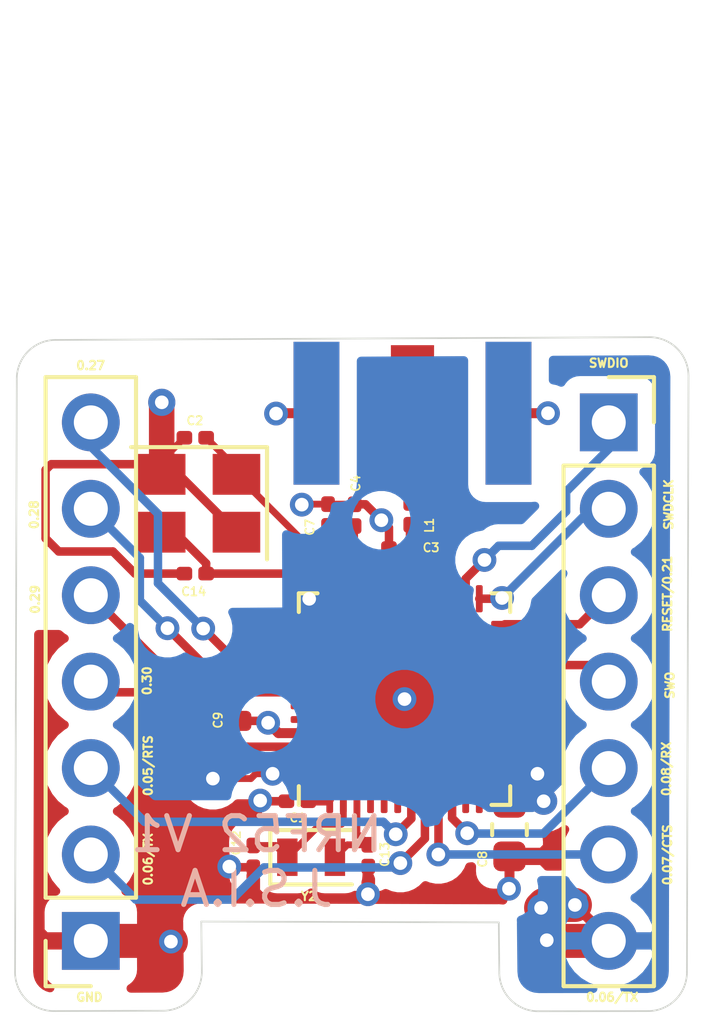
<source format=kicad_pcb>
(kicad_pcb (version 20171130) (host pcbnew "(5.1.2)-2")

  (general
    (thickness 1.6)
    (drawings 30)
    (tracks 183)
    (zones 0)
    (modules 17)
    (nets 47)
  )

  (page A4)
  (title_block
    (title NRF52_Basic)
    (date 2021-02-13)
    (rev V1)
    (company R.C.Education)
    (comment 1 "NRF528240 reference circuitry")
    (comment 2 "Zephyr experimentation")
  )

  (layers
    (0 F.Cu signal)
    (1 In1.Cu power)
    (2 In2.Cu power)
    (31 B.Cu signal)
    (32 B.Adhes user)
    (33 F.Adhes user)
    (34 B.Paste user)
    (35 F.Paste user)
    (36 B.SilkS user)
    (37 F.SilkS user)
    (38 B.Mask user)
    (39 F.Mask user)
    (40 Dwgs.User user hide)
    (41 Cmts.User user)
    (42 Eco1.User user)
    (43 Eco2.User user)
    (44 Edge.Cuts user)
    (45 Margin user)
    (46 B.CrtYd user hide)
    (47 F.CrtYd user hide)
    (48 B.Fab user)
    (49 F.Fab user hide)
  )

  (setup
    (last_trace_width 0.29337)
    (user_trace_width 0.2)
    (user_trace_width 0.29337)
    (user_trace_width 0.5)
    (user_trace_width 0.75)
    (user_trace_width 1)
    (trace_clearance 0.127)
    (zone_clearance 0.508)
    (zone_45_only no)
    (trace_min 0.2)
    (via_size 0.8)
    (via_drill 0.4)
    (via_min_size 0.4)
    (via_min_drill 0.3)
    (user_via 0.5 0.45)
    (user_via 0.7 0.4)
    (uvia_size 0.3)
    (uvia_drill 0.1)
    (uvias_allowed no)
    (uvia_min_size 0.2)
    (uvia_min_drill 0.1)
    (edge_width 0.05)
    (segment_width 0.2)
    (pcb_text_width 0.3)
    (pcb_text_size 1.5 1.5)
    (mod_edge_width 0.12)
    (mod_text_size 1 1)
    (mod_text_width 0.15)
    (pad_size 1.524 1.524)
    (pad_drill 0.762)
    (pad_to_mask_clearance 0.051)
    (solder_mask_min_width 0.25)
    (aux_axis_origin 0 0)
    (visible_elements 7FFFEFFF)
    (pcbplotparams
      (layerselection 0x010fc_ffffffff)
      (usegerberextensions false)
      (usegerberattributes true)
      (usegerberadvancedattributes true)
      (creategerberjobfile false)
      (excludeedgelayer true)
      (linewidth 0.100000)
      (plotframeref false)
      (viasonmask false)
      (mode 1)
      (useauxorigin false)
      (hpglpennumber 1)
      (hpglpenspeed 20)
      (hpglpendiameter 15.000000)
      (psnegative false)
      (psa4output false)
      (plotreference true)
      (plotvalue true)
      (plotinvisibletext false)
      (padsonsilk false)
      (subtractmaskfromsilk false)
      (outputformat 1)
      (mirror false)
      (drillshape 0)
      (scaleselection 1)
      (outputdirectory "Gerber/"))
  )

  (net 0 "")
  (net 1 D1)
  (net 2 VSS)
  (net 3 XC1)
  (net 4 ANT)
  (net 5 D3)
  (net 6 D4)
  (net 7 XL1)
  (net 8 XL2)
  (net 9 XC2)
  (net 10 SWDCLK)
  (net 11 SWDIO)
  (net 12 D2)
  (net 13 VDD)
  (net 14 RESET_0.21)
  (net 15 SWO)
  (net 16 0.30)
  (net 17 0.29)
  (net 18 0.28)
  (net 19 0.27)
  (net 20 "Net-(U1-Pad47)")
  (net 21 "Net-(U1-Pad44)")
  (net 22 "Net-(U1-Pad38)")
  (net 23 "Net-(U1-Pad37)")
  (net 24 "Net-(U1-Pad29)")
  (net 25 "Net-(U1-Pad28)")
  (net 26 "Net-(U1-Pad27)")
  (net 27 "Net-(U1-Pad23)")
  (net 28 "Net-(U1-Pad22)")
  (net 29 "Net-(U1-Pad20)")
  (net 30 "Net-(U1-Pad19)")
  (net 31 "Net-(U1-Pad18)")
  (net 32 "Net-(U1-Pad17)")
  (net 33 "Net-(U1-Pad16)")
  (net 34 "Net-(U1-Pad15)")
  (net 35 "Net-(U1-Pad14)")
  (net 36 "Net-(U1-Pad12)")
  (net 37 "Net-(U1-Pad11)")
  (net 38 0.08_RX)
  (net 39 0.07_CTS)
  (net 40 0.06_TX)
  (net 41 0.05_RTS)
  (net 42 "Net-(U1-Pad4)")
  (net 43 "Net-(U1-Pad5)")
  (net 44 "Net-(J4-Pad1)")
  (net 45 "Net-(U1-Pad6)")
  (net 46 "Net-(U1-Pad43)")

  (net_class Default "This is the default net class."
    (clearance 0.127)
    (trace_width 0.25)
    (via_dia 0.8)
    (via_drill 0.4)
    (uvia_dia 0.3)
    (uvia_drill 0.1)
    (add_net 0.05_RTS)
    (add_net 0.06_TX)
    (add_net 0.07_CTS)
    (add_net 0.08_RX)
    (add_net 0.27)
    (add_net 0.28)
    (add_net 0.29)
    (add_net 0.30)
    (add_net ANT)
    (add_net D1)
    (add_net D2)
    (add_net D3)
    (add_net D4)
    (add_net "Net-(J4-Pad1)")
    (add_net "Net-(U1-Pad11)")
    (add_net "Net-(U1-Pad12)")
    (add_net "Net-(U1-Pad14)")
    (add_net "Net-(U1-Pad15)")
    (add_net "Net-(U1-Pad16)")
    (add_net "Net-(U1-Pad17)")
    (add_net "Net-(U1-Pad18)")
    (add_net "Net-(U1-Pad19)")
    (add_net "Net-(U1-Pad20)")
    (add_net "Net-(U1-Pad22)")
    (add_net "Net-(U1-Pad23)")
    (add_net "Net-(U1-Pad27)")
    (add_net "Net-(U1-Pad28)")
    (add_net "Net-(U1-Pad29)")
    (add_net "Net-(U1-Pad37)")
    (add_net "Net-(U1-Pad38)")
    (add_net "Net-(U1-Pad4)")
    (add_net "Net-(U1-Pad43)")
    (add_net "Net-(U1-Pad44)")
    (add_net "Net-(U1-Pad47)")
    (add_net "Net-(U1-Pad5)")
    (add_net "Net-(U1-Pad6)")
    (add_net RESET_0.21)
    (add_net SWDCLK)
    (add_net SWDIO)
    (add_net SWO)
    (add_net VDD)
    (add_net VSS)
    (add_net XC1)
    (add_net XC2)
    (add_net XL1)
    (add_net XL2)
  )

  (module Connector_Coaxial:SMA_Samtec_SMA-J-P-H-ST-EM1_EdgeMount (layer F.Cu) (tedit 6036DE4E) (tstamp 6036F995)
    (at 146.60424 75.01636 90)
    (descr http://suddendocs.samtec.com/prints/sma-j-p-x-st-em1-mkt.pdf)
    (tags SMA)
    (path /602E44FD)
    (attr smd)
    (fp_text reference J4 (at 2.85496 -0.07164 180) (layer F.SilkS) hide
      (effects (font (size 1 1) (thickness 0.15)))
    )
    (fp_text value Conn_Coaxial (at 3.92684 -3.97308 270) (layer F.Fab)
      (effects (font (size 0.25 0.25) (thickness 0.05)))
    )
    (fp_line (start 3.1 0) (end 2.1 0.75) (layer F.Fab) (width 0.1))
    (fp_line (start 2.1 -0.75) (end 3.1 0) (layer F.Fab) (width 0.1))
    (fp_text user %R (at 4.79 0) (layer F.Fab)
      (effects (font (size 1 1) (thickness 0.15)))
    )
    (fp_line (start 3 -4) (end -2.6 -4) (layer F.CrtYd) (width 0.05))
    (fp_line (start 12.12 -4.5) (end 12.12 4.5) (layer F.CrtYd) (width 0.05))
    (fp_line (start 3 4) (end -2.6 4) (layer F.CrtYd) (width 0.05))
    (fp_line (start -2.6 4) (end -2.6 -4) (layer F.CrtYd) (width 0.05))
    (fp_line (start 3 -4) (end -2.6 -4) (layer B.CrtYd) (width 0.05))
    (fp_line (start 12.12 -4.5) (end 12.12 4.5) (layer B.CrtYd) (width 0.05))
    (fp_line (start 3 4) (end -2.6 4) (layer B.CrtYd) (width 0.05))
    (fp_line (start -2.6 4) (end -2.6 -4) (layer B.CrtYd) (width 0.05))
    (fp_line (start 11.62 -3.165) (end 11.62 3.165) (layer F.Fab) (width 0.1))
    (fp_line (start -1.71 -3.175) (end 11.62 -3.175) (layer F.Fab) (width 0.1))
    (fp_line (start -1.71 -3.175) (end -1.71 -2.365) (layer F.Fab) (width 0.1))
    (fp_line (start -1.71 -2.365) (end 2.1 -2.365) (layer F.Fab) (width 0.1))
    (fp_line (start 2.1 -2.365) (end 2.1 2.365) (layer F.Fab) (width 0.1))
    (fp_line (start 2.1 2.365) (end -1.71 2.365) (layer F.Fab) (width 0.1))
    (fp_line (start -1.71 2.365) (end -1.71 3.175) (layer F.Fab) (width 0.1))
    (fp_line (start -1.71 3.175) (end 11.62 3.175) (layer F.Fab) (width 0.1))
    (fp_line (start 12.12 4.5) (end 3 4.5) (layer F.CrtYd) (width 0.05))
    (fp_line (start 3 4.5) (end 3 4) (layer F.CrtYd) (width 0.05))
    (fp_line (start 12.12 -4.5) (end 3 -4.5) (layer F.CrtYd) (width 0.05))
    (fp_line (start 3 -4.5) (end 3 -4) (layer F.CrtYd) (width 0.05))
    (fp_line (start 12.12 -4.5) (end 3 -4.5) (layer B.CrtYd) (width 0.05))
    (fp_line (start 3 -4.5) (end 3 -4) (layer B.CrtYd) (width 0.05))
    (fp_line (start 12.12 4.5) (end 3 4.5) (layer B.CrtYd) (width 0.05))
    (fp_line (start 3 4.5) (end 3 4) (layer B.CrtYd) (width 0.05))
    (fp_line (start 2.1 -3.5) (end 2.1 3.5) (layer Dwgs.User) (width 0.1))
    (fp_text user "PCB Edge" (at 2.6 0 180) (layer Dwgs.User)
      (effects (font (size 0.5 0.5) (thickness 0.1)))
    )
    (pad 2 smd rect (at 0 2.825 180) (size 1.35 4.2) (layers B.Cu B.Paste B.Mask)
      (net 2 VSS))
    (pad 2 smd rect (at 0 -2.825 180) (size 1.35 4.2) (layers B.Cu B.Paste B.Mask)
      (net 2 VSS))
    (pad 2 smd rect (at 0 2.825 180) (size 1.35 4.2) (layers F.Cu F.Paste F.Mask)
      (net 2 VSS))
    (pad 2 smd rect (at 0 -2.825 180) (size 1.35 4.2) (layers F.Cu F.Paste F.Mask)
      (net 2 VSS))
    (pad 1 smd rect (at 0.2 0 180) (size 1.27 3.6) (layers F.Cu F.Paste F.Mask)
      (net 44 "Net-(J4-Pad1)"))
    (model ${KISYS3DMOD}/Connector_Coaxial.3dshapes/SMA_Samtec_SMA-J-P-H-ST-EM1_EdgeMount.wrl
      (at (xyz 0 0 0))
      (scale (xyz 1 1 1))
      (rotate (xyz 0 0 0))
    )
  )

  (module Crystal:Crystal_SMD_3225-4Pin_3.2x2.5mm (layer F.Cu) (tedit 5A0FD1B2) (tstamp 602B57DF)
    (at 140.32484 77.66304 180)
    (descr "SMD Crystal SERIES SMD3225/4 http://www.txccrystal.com/images/pdf/7m-accuracy.pdf, 3.2x2.5mm^2 package")
    (tags "SMD SMT crystal")
    (path /602F2598)
    (attr smd)
    (fp_text reference Y1 (at -0.02032 -0.08128) (layer F.SilkS) hide
      (effects (font (size 1 1) (thickness 0.15)))
    )
    (fp_text value Crystal_GND24 (at 0.0254 -0.51816) (layer F.Fab)
      (effects (font (size 0.25 0.25) (thickness 0.05)))
    )
    (fp_line (start 2.1 -1.7) (end -2.1 -1.7) (layer F.CrtYd) (width 0.05))
    (fp_line (start 2.1 1.7) (end 2.1 -1.7) (layer F.CrtYd) (width 0.05))
    (fp_line (start -2.1 1.7) (end 2.1 1.7) (layer F.CrtYd) (width 0.05))
    (fp_line (start -2.1 -1.7) (end -2.1 1.7) (layer F.CrtYd) (width 0.05))
    (fp_line (start -2 1.65) (end 2 1.65) (layer F.SilkS) (width 0.12))
    (fp_line (start -2 -1.65) (end -2 1.65) (layer F.SilkS) (width 0.12))
    (fp_line (start -1.6 0.25) (end -0.6 1.25) (layer F.Fab) (width 0.1))
    (fp_line (start 1.6 -1.25) (end -1.6 -1.25) (layer F.Fab) (width 0.1))
    (fp_line (start 1.6 1.25) (end 1.6 -1.25) (layer F.Fab) (width 0.1))
    (fp_line (start -1.6 1.25) (end 1.6 1.25) (layer F.Fab) (width 0.1))
    (fp_line (start -1.6 -1.25) (end -1.6 1.25) (layer F.Fab) (width 0.1))
    (fp_text user %R (at 0 0) (layer F.Fab)
      (effects (font (size 0.25 0.25) (thickness 0.05)))
    )
    (pad 4 smd rect (at -1.1 -0.85 180) (size 1.4 1.2) (layers F.Cu F.Paste F.Mask)
      (net 2 VSS))
    (pad 3 smd rect (at 1.1 -0.85 180) (size 1.4 1.2) (layers F.Cu F.Paste F.Mask)
      (net 9 XC2))
    (pad 2 smd rect (at 1.1 0.85 180) (size 1.4 1.2) (layers F.Cu F.Paste F.Mask)
      (net 2 VSS))
    (pad 1 smd rect (at -1.1 0.85 180) (size 1.4 1.2) (layers F.Cu F.Paste F.Mask)
      (net 3 XC1))
    (model ${KISYS3DMOD}/Crystal.3dshapes/Crystal_SMD_3225-4Pin_3.2x2.5mm.wrl
      (at (xyz 0 0 0))
      (scale (xyz 1 1 1))
      (rotate (xyz 0 0 0))
    )
  )

  (module Capacitor_SMD:C_0201_0603Metric (layer F.Cu) (tedit 5B301BBE) (tstamp 602B5657)
    (at 140.21312 79.7306 180)
    (descr "Capacitor SMD 0201 (0603 Metric), square (rectangular) end terminal, IPC_7351 nominal, (Body size source: https://www.vishay.com/docs/20052/crcw0201e3.pdf), generated with kicad-footprint-generator")
    (tags capacitor)
    (path /6029DE1F)
    (attr smd)
    (fp_text reference C14 (at 0.04576 -0.52832) (layer F.SilkS)
      (effects (font (size 0.25 0.25) (thickness 0.05)))
    )
    (fp_text value 12pF (at 0.442 -0.50292) (layer F.Fab)
      (effects (font (size 0.25 0.25) (thickness 0.05)))
    )
    (fp_text user %R (at -0.53336 -0.50292) (layer F.Fab)
      (effects (font (size 0.25 0.25) (thickness 0.04)))
    )
    (fp_line (start 0.7 0.35) (end -0.7 0.35) (layer F.CrtYd) (width 0.05))
    (fp_line (start 0.7 -0.35) (end 0.7 0.35) (layer F.CrtYd) (width 0.05))
    (fp_line (start -0.7 -0.35) (end 0.7 -0.35) (layer F.CrtYd) (width 0.05))
    (fp_line (start -0.7 0.35) (end -0.7 -0.35) (layer F.CrtYd) (width 0.05))
    (fp_line (start 0.3 0.15) (end -0.3 0.15) (layer F.Fab) (width 0.1))
    (fp_line (start 0.3 -0.15) (end 0.3 0.15) (layer F.Fab) (width 0.1))
    (fp_line (start -0.3 -0.15) (end 0.3 -0.15) (layer F.Fab) (width 0.1))
    (fp_line (start -0.3 0.15) (end -0.3 -0.15) (layer F.Fab) (width 0.1))
    (pad 2 smd roundrect (at 0.32 0 180) (size 0.46 0.4) (layers F.Cu F.Mask) (roundrect_rratio 0.25)
      (net 2 VSS))
    (pad 1 smd roundrect (at -0.32 0 180) (size 0.46 0.4) (layers F.Cu F.Mask) (roundrect_rratio 0.25)
      (net 9 XC2))
    (pad "" smd roundrect (at 0.345 0 180) (size 0.318 0.36) (layers F.Paste) (roundrect_rratio 0.25))
    (pad "" smd roundrect (at -0.345 0 180) (size 0.318 0.36) (layers F.Paste) (roundrect_rratio 0.25))
    (model ${KISYS3DMOD}/Capacitor_SMD.3dshapes/C_0201_0603Metric.wrl
      (at (xyz 0 0 0))
      (scale (xyz 1 1 1))
      (rotate (xyz 0 0 0))
    )
  )

  (module Capacitor_SMD:C_0201_0603Metric (layer F.Cu) (tedit 5B301BBE) (tstamp 602B556A)
    (at 140.21312 75.73772 180)
    (descr "Capacitor SMD 0201 (0603 Metric), square (rectangular) end terminal, IPC_7351 nominal, (Body size source: https://www.vishay.com/docs/20052/crcw0201e3.pdf), generated with kicad-footprint-generator")
    (tags capacitor)
    (path /6029DE19)
    (attr smd)
    (fp_text reference C2 (at 0.0102 0.50292) (layer F.SilkS)
      (effects (font (size 0.25 0.25) (thickness 0.05)))
    )
    (fp_text value 12pF (at 0.43692 0.49784) (layer F.Fab)
      (effects (font (size 0.25 0.25) (thickness 0.05)))
    )
    (fp_text user %R (at -0.41144 0.48768) (layer F.Fab)
      (effects (font (size 0.25 0.25) (thickness 0.04)))
    )
    (fp_line (start 0.7 0.35) (end -0.7 0.35) (layer F.CrtYd) (width 0.05))
    (fp_line (start 0.7 -0.35) (end 0.7 0.35) (layer F.CrtYd) (width 0.05))
    (fp_line (start -0.7 -0.35) (end 0.7 -0.35) (layer F.CrtYd) (width 0.05))
    (fp_line (start -0.7 0.35) (end -0.7 -0.35) (layer F.CrtYd) (width 0.05))
    (fp_line (start 0.3 0.15) (end -0.3 0.15) (layer F.Fab) (width 0.1))
    (fp_line (start 0.3 -0.15) (end 0.3 0.15) (layer F.Fab) (width 0.1))
    (fp_line (start -0.3 -0.15) (end 0.3 -0.15) (layer F.Fab) (width 0.1))
    (fp_line (start -0.3 0.15) (end -0.3 -0.15) (layer F.Fab) (width 0.1))
    (pad 2 smd roundrect (at 0.32 0 180) (size 0.46 0.4) (layers F.Cu F.Mask) (roundrect_rratio 0.25)
      (net 2 VSS))
    (pad 1 smd roundrect (at -0.32 0 180) (size 0.46 0.4) (layers F.Cu F.Mask) (roundrect_rratio 0.25)
      (net 3 XC1))
    (pad "" smd roundrect (at 0.345 0 180) (size 0.318 0.36) (layers F.Paste) (roundrect_rratio 0.25))
    (pad "" smd roundrect (at -0.345 0 180) (size 0.318 0.36) (layers F.Paste) (roundrect_rratio 0.25))
    (model ${KISYS3DMOD}/Capacitor_SMD.3dshapes/C_0201_0603Metric.wrl
      (at (xyz 0 0 0))
      (scale (xyz 1 1 1))
      (rotate (xyz 0 0 0))
    )
  )

  (module Connector_PinSocket_2.54mm:PinSocket_1x07_P2.54mm_Vertical (layer F.Cu) (tedit 5A19A433) (tstamp 602B3774)
    (at 137.13968 90.5256 180)
    (descr "Through hole straight socket strip, 1x07, 2.54mm pitch, single row (from Kicad 4.0.7), script generated")
    (tags "Through hole socket strip THT 1x07 2.54mm single row")
    (path /602D748A)
    (fp_text reference J2 (at 3.30708 15.28064) (layer F.SilkS) hide
      (effects (font (size 1 1) (thickness 0.15)))
    )
    (fp_text value Conn_01x07_Male (at -1.64592 0.48768 90) (layer F.Fab)
      (effects (font (size 0.25 0.25) (thickness 0.05)))
    )
    (fp_text user %R (at 0 7.62 90) (layer F.Fab)
      (effects (font (size 1 1) (thickness 0.15)))
    )
    (fp_line (start -1.8 17) (end -1.8 -1.8) (layer F.CrtYd) (width 0.05))
    (fp_line (start 1.75 17) (end -1.8 17) (layer F.CrtYd) (width 0.05))
    (fp_line (start 1.75 -1.8) (end 1.75 17) (layer F.CrtYd) (width 0.05))
    (fp_line (start -1.8 -1.8) (end 1.75 -1.8) (layer F.CrtYd) (width 0.05))
    (fp_line (start 0 -1.33) (end 1.33 -1.33) (layer F.SilkS) (width 0.12))
    (fp_line (start 1.33 -1.33) (end 1.33 0) (layer F.SilkS) (width 0.12))
    (fp_line (start 1.33 1.27) (end 1.33 16.57) (layer F.SilkS) (width 0.12))
    (fp_line (start -1.33 16.57) (end 1.33 16.57) (layer F.SilkS) (width 0.12))
    (fp_line (start -1.33 1.27) (end -1.33 16.57) (layer F.SilkS) (width 0.12))
    (fp_line (start -1.33 1.27) (end 1.33 1.27) (layer F.SilkS) (width 0.12))
    (fp_line (start -1.27 16.51) (end -1.27 -1.27) (layer F.Fab) (width 0.1))
    (fp_line (start 1.27 16.51) (end -1.27 16.51) (layer F.Fab) (width 0.1))
    (fp_line (start 1.27 -0.635) (end 1.27 16.51) (layer F.Fab) (width 0.1))
    (fp_line (start 0.635 -1.27) (end 1.27 -0.635) (layer F.Fab) (width 0.1))
    (fp_line (start -1.27 -1.27) (end 0.635 -1.27) (layer F.Fab) (width 0.1))
    (pad 7 thru_hole oval (at 0 15.24 180) (size 1.7 1.7) (drill 1) (layers *.Cu *.Mask)
      (net 19 0.27))
    (pad 6 thru_hole oval (at 0 12.7 180) (size 1.7 1.7) (drill 1) (layers *.Cu *.Mask)
      (net 18 0.28))
    (pad 5 thru_hole oval (at 0 10.16 180) (size 1.7 1.7) (drill 1) (layers *.Cu *.Mask)
      (net 17 0.29))
    (pad 4 thru_hole oval (at 0 7.62 180) (size 1.7 1.7) (drill 1) (layers *.Cu *.Mask)
      (net 16 0.30))
    (pad 3 thru_hole oval (at 0 5.08 180) (size 1.7 1.7) (drill 1) (layers *.Cu *.Mask)
      (net 41 0.05_RTS))
    (pad 2 thru_hole oval (at 0 2.54 180) (size 1.7 1.7) (drill 1) (layers *.Cu *.Mask)
      (net 40 0.06_TX))
    (pad 1 thru_hole rect (at 0 0 180) (size 1.7 1.7) (drill 1) (layers *.Cu *.Mask)
      (net 2 VSS))
    (model ${KISYS3DMOD}/Connector_PinSocket_2.54mm.3dshapes/PinSocket_1x07_P2.54mm_Vertical.wrl
      (at (xyz 0 0 0))
      (scale (xyz 1 1 1))
      (rotate (xyz 0 0 0))
    )
  )

  (module Connector_PinSocket_2.54mm:PinSocket_1x07_P2.54mm_Vertical (layer F.Cu) (tedit 5A19A433) (tstamp 6036F0ED)
    (at 152.37968 75.2856)
    (descr "Through hole straight socket strip, 1x07, 2.54mm pitch, single row (from Kicad 4.0.7), script generated")
    (tags "Through hole socket strip THT 1x07 2.54mm single row")
    (path /602D8565)
    (fp_text reference J1 (at 3.33756 0.01524) (layer F.SilkS) hide
      (effects (font (size 1 1) (thickness 0.15)))
    )
    (fp_text value Conn_01x07_Male (at 1.8034 0.62484 90) (layer F.Fab)
      (effects (font (size 0.25 0.25) (thickness 0.05)))
    )
    (fp_text user %R (at 0 7.62 90) (layer F.Fab)
      (effects (font (size 1 1) (thickness 0.15)))
    )
    (fp_line (start -1.8 17) (end -1.8 -1.8) (layer F.CrtYd) (width 0.05))
    (fp_line (start 1.75 17) (end -1.8 17) (layer F.CrtYd) (width 0.05))
    (fp_line (start 1.75 -1.8) (end 1.75 17) (layer F.CrtYd) (width 0.05))
    (fp_line (start -1.8 -1.8) (end 1.75 -1.8) (layer F.CrtYd) (width 0.05))
    (fp_line (start 0 -1.33) (end 1.33 -1.33) (layer F.SilkS) (width 0.12))
    (fp_line (start 1.33 -1.33) (end 1.33 0) (layer F.SilkS) (width 0.12))
    (fp_line (start 1.33 1.27) (end 1.33 16.57) (layer F.SilkS) (width 0.12))
    (fp_line (start -1.33 16.57) (end 1.33 16.57) (layer F.SilkS) (width 0.12))
    (fp_line (start -1.33 1.27) (end -1.33 16.57) (layer F.SilkS) (width 0.12))
    (fp_line (start -1.33 1.27) (end 1.33 1.27) (layer F.SilkS) (width 0.12))
    (fp_line (start -1.27 16.51) (end -1.27 -1.27) (layer F.Fab) (width 0.1))
    (fp_line (start 1.27 16.51) (end -1.27 16.51) (layer F.Fab) (width 0.1))
    (fp_line (start 1.27 -0.635) (end 1.27 16.51) (layer F.Fab) (width 0.1))
    (fp_line (start 0.635 -1.27) (end 1.27 -0.635) (layer F.Fab) (width 0.1))
    (fp_line (start -1.27 -1.27) (end 0.635 -1.27) (layer F.Fab) (width 0.1))
    (pad 7 thru_hole oval (at 0 15.24) (size 1.7 1.7) (drill 1) (layers *.Cu *.Mask)
      (net 13 VDD))
    (pad 6 thru_hole oval (at 0 12.7) (size 1.7 1.7) (drill 1) (layers *.Cu *.Mask)
      (net 39 0.07_CTS))
    (pad 5 thru_hole oval (at 0 10.16) (size 1.7 1.7) (drill 1) (layers *.Cu *.Mask)
      (net 38 0.08_RX))
    (pad 4 thru_hole oval (at 0 7.62) (size 1.7 1.7) (drill 1) (layers *.Cu *.Mask)
      (net 15 SWO))
    (pad 3 thru_hole oval (at 0 5.08) (size 1.7 1.7) (drill 1) (layers *.Cu *.Mask)
      (net 14 RESET_0.21))
    (pad 2 thru_hole oval (at 0 2.54) (size 1.7 1.7) (drill 1) (layers *.Cu *.Mask)
      (net 10 SWDCLK))
    (pad 1 thru_hole rect (at 0 0) (size 1.7 1.7) (drill 1) (layers *.Cu *.Mask)
      (net 11 SWDIO))
    (model ${KISYS3DMOD}/Connector_PinSocket_2.54mm.3dshapes/PinSocket_1x07_P2.54mm_Vertical.wrl
      (at (xyz 0 0 0))
      (scale (xyz 1 1 1))
      (rotate (xyz 0 0 0))
    )
  )

  (module Capacitor_SMD:C_0201_0603Metric (layer F.Cu) (tedit 5B301BBE) (tstamp 602972B5)
    (at 143.2154 86.42096)
    (descr "Capacitor SMD 0201 (0603 Metric), square (rectangular) end terminal, IPC_7351 nominal, (Body size source: https://www.vishay.com/docs/20052/crcw0201e3.pdf), generated with kicad-footprint-generator")
    (tags capacitor)
    (path /60286828)
    (attr smd)
    (fp_text reference C1 (at 0.0152 0.48768) (layer F.SilkS)
      (effects (font (size 0.25 0.25) (thickness 0.05)))
    )
    (fp_text value 100nF (at -1.2548 0.05588 180) (layer F.Fab)
      (effects (font (size 0.25 0.25) (thickness 0.04)))
    )
    (fp_text user %R (at -2.11332 0.05588) (layer F.Fab)
      (effects (font (size 0.25 0.25) (thickness 0.04)))
    )
    (fp_line (start 0.7 0.35) (end -0.7 0.35) (layer F.CrtYd) (width 0.05))
    (fp_line (start 0.7 -0.35) (end 0.7 0.35) (layer F.CrtYd) (width 0.05))
    (fp_line (start -0.7 -0.35) (end 0.7 -0.35) (layer F.CrtYd) (width 0.05))
    (fp_line (start -0.7 0.35) (end -0.7 -0.35) (layer F.CrtYd) (width 0.05))
    (fp_line (start 0.3 0.15) (end -0.3 0.15) (layer F.Fab) (width 0.1))
    (fp_line (start 0.3 -0.15) (end 0.3 0.15) (layer F.Fab) (width 0.1))
    (fp_line (start -0.3 -0.15) (end 0.3 -0.15) (layer F.Fab) (width 0.1))
    (fp_line (start -0.3 0.15) (end -0.3 -0.15) (layer F.Fab) (width 0.1))
    (pad 2 smd roundrect (at 0.32 0) (size 0.46 0.4) (layers F.Cu F.Mask) (roundrect_rratio 0.25)
      (net 1 D1))
    (pad 1 smd roundrect (at -0.32 0) (size 0.46 0.4) (layers F.Cu F.Mask) (roundrect_rratio 0.25)
      (net 2 VSS))
    (pad "" smd roundrect (at 0.345 0) (size 0.318 0.36) (layers F.Paste) (roundrect_rratio 0.25))
    (pad "" smd roundrect (at -0.345 0) (size 0.318 0.36) (layers F.Paste) (roundrect_rratio 0.25))
    (model ${KISYS3DMOD}/Capacitor_SMD.3dshapes/C_0201_0603Metric.wrl
      (at (xyz 0 0 0))
      (scale (xyz 1 1 1))
      (rotate (xyz 0 0 0))
    )
  )

  (module Capacitor_SMD:C_0201_0603Metric (layer F.Cu) (tedit 5B301BBE) (tstamp 6028B938)
    (at 146.23288 78.97876)
    (descr "Capacitor SMD 0201 (0603 Metric), square (rectangular) end terminal, IPC_7351 nominal, (Body size source: https://www.vishay.com/docs/20052/crcw0201e3.pdf), generated with kicad-footprint-generator")
    (tags capacitor)
    (path /60324966)
    (attr smd)
    (fp_text reference C3 (at 0.91948 -0.01016) (layer F.SilkS)
      (effects (font (size 0.25 0.25) (thickness 0.05)))
    )
    (fp_text value 0.8pF (at 0.4826 0.44196) (layer F.Fab)
      (effects (font (size 0.25 0.25) (thickness 0.05)))
    )
    (fp_text user %R (at -0.36576 0.46228) (layer F.Fab)
      (effects (font (size 0.25 0.25) (thickness 0.04)))
    )
    (fp_line (start 0.7 0.35) (end -0.7 0.35) (layer F.CrtYd) (width 0.05))
    (fp_line (start 0.7 -0.35) (end 0.7 0.35) (layer F.CrtYd) (width 0.05))
    (fp_line (start -0.7 -0.35) (end 0.7 -0.35) (layer F.CrtYd) (width 0.05))
    (fp_line (start -0.7 0.35) (end -0.7 -0.35) (layer F.CrtYd) (width 0.05))
    (fp_line (start 0.3 0.15) (end -0.3 0.15) (layer F.Fab) (width 0.1))
    (fp_line (start 0.3 -0.15) (end 0.3 0.15) (layer F.Fab) (width 0.1))
    (fp_line (start -0.3 -0.15) (end 0.3 -0.15) (layer F.Fab) (width 0.1))
    (fp_line (start -0.3 0.15) (end -0.3 -0.15) (layer F.Fab) (width 0.1))
    (pad 2 smd roundrect (at 0.32 0) (size 0.46 0.4) (layers F.Cu F.Mask) (roundrect_rratio 0.25)
      (net 4 ANT))
    (pad 1 smd roundrect (at -0.32 0) (size 0.46 0.4) (layers F.Cu F.Mask) (roundrect_rratio 0.25)
      (net 2 VSS))
    (pad "" smd roundrect (at 0.345 0) (size 0.318 0.36) (layers F.Paste) (roundrect_rratio 0.25))
    (pad "" smd roundrect (at -0.345 0) (size 0.318 0.36) (layers F.Paste) (roundrect_rratio 0.25))
    (model ${KISYS3DMOD}/Capacitor_SMD.3dshapes/C_0201_0603Metric.wrl
      (at (xyz 0 0 0))
      (scale (xyz 1 1 1))
      (rotate (xyz 0 0 0))
    )
  )

  (module Capacitor_SMD:C_0201_0603Metric (layer F.Cu) (tedit 5B301BBE) (tstamp 6028B949)
    (at 144.90192 78.01352 270)
    (descr "Capacitor SMD 0201 (0603 Metric), square (rectangular) end terminal, IPC_7351 nominal, (Body size source: https://www.vishay.com/docs/20052/crcw0201e3.pdf), generated with kicad-footprint-generator")
    (tags capacitor)
    (path /60285D2D)
    (attr smd)
    (fp_text reference C4 (at -0.93468 -0.03556 90) (layer F.SilkS)
      (effects (font (size 0.25 0.25) (thickness 0.05)))
    )
    (fp_text value 100pF (at 0.315 1.35636 90) (layer F.Fab)
      (effects (font (size 0.25 0.25) (thickness 0.05)))
    )
    (fp_text user %R (at -0.58924 -0.4572 90) (layer F.Fab)
      (effects (font (size 0.25 0.25) (thickness 0.04)))
    )
    (fp_line (start 0.7 0.35) (end -0.7 0.35) (layer F.CrtYd) (width 0.05))
    (fp_line (start 0.7 -0.35) (end 0.7 0.35) (layer F.CrtYd) (width 0.05))
    (fp_line (start -0.7 -0.35) (end 0.7 -0.35) (layer F.CrtYd) (width 0.05))
    (fp_line (start -0.7 0.35) (end -0.7 -0.35) (layer F.CrtYd) (width 0.05))
    (fp_line (start 0.3 0.15) (end -0.3 0.15) (layer F.Fab) (width 0.1))
    (fp_line (start 0.3 -0.15) (end 0.3 0.15) (layer F.Fab) (width 0.1))
    (fp_line (start -0.3 -0.15) (end 0.3 -0.15) (layer F.Fab) (width 0.1))
    (fp_line (start -0.3 0.15) (end -0.3 -0.15) (layer F.Fab) (width 0.1))
    (pad 2 smd roundrect (at 0.32 0 270) (size 0.46 0.4) (layers F.Cu F.Mask) (roundrect_rratio 0.25)
      (net 12 D2))
    (pad 1 smd roundrect (at -0.32 0 270) (size 0.46 0.4) (layers F.Cu F.Mask) (roundrect_rratio 0.25)
      (net 2 VSS))
    (pad "" smd roundrect (at 0.345 0 270) (size 0.318 0.36) (layers F.Paste) (roundrect_rratio 0.25))
    (pad "" smd roundrect (at -0.345 0 270) (size 0.318 0.36) (layers F.Paste) (roundrect_rratio 0.25))
    (model ${KISYS3DMOD}/Capacitor_SMD.3dshapes/C_0201_0603Metric.wrl
      (at (xyz 0 0 0))
      (scale (xyz 1 1 1))
      (rotate (xyz 0 0 0))
    )
  )

  (module Capacitor_SMD:C_0201_0603Metric (layer F.Cu) (tedit 5B301BBE) (tstamp 6028B95A)
    (at 144.1196 78.00848 270)
    (descr "Capacitor SMD 0201 (0603 Metric), square (rectangular) end terminal, IPC_7351 nominal, (Body size source: https://www.vishay.com/docs/20052/crcw0201e3.pdf), generated with kicad-footprint-generator")
    (tags capacitor)
    (path /60286C11)
    (attr smd)
    (fp_text reference C7 (at 0.36068 0.5334 90) (layer F.SilkS)
      (effects (font (size 0.25 0.25) (thickness 0.05)))
    )
    (fp_text value 100pF (at 0.28956 -1.21412 90) (layer F.Fab)
      (effects (font (size 0.25 0.25) (thickness 0.05)))
    )
    (fp_line (start -0.3 0.15) (end -0.3 -0.15) (layer F.Fab) (width 0.1))
    (fp_line (start -0.3 -0.15) (end 0.3 -0.15) (layer F.Fab) (width 0.1))
    (fp_line (start 0.3 -0.15) (end 0.3 0.15) (layer F.Fab) (width 0.1))
    (fp_line (start 0.3 0.15) (end -0.3 0.15) (layer F.Fab) (width 0.1))
    (fp_line (start -0.7 0.35) (end -0.7 -0.35) (layer F.CrtYd) (width 0.05))
    (fp_line (start -0.7 -0.35) (end 0.7 -0.35) (layer F.CrtYd) (width 0.05))
    (fp_line (start 0.7 -0.35) (end 0.7 0.35) (layer F.CrtYd) (width 0.05))
    (fp_line (start 0.7 0.35) (end -0.7 0.35) (layer F.CrtYd) (width 0.05))
    (fp_text user %R (at -0.51816 0.56388 90) (layer F.Fab)
      (effects (font (size 0.25 0.25) (thickness 0.04)))
    )
    (pad "" smd roundrect (at -0.345 0 270) (size 0.318 0.36) (layers F.Paste) (roundrect_rratio 0.25))
    (pad "" smd roundrect (at 0.345 0 270) (size 0.318 0.36) (layers F.Paste) (roundrect_rratio 0.25))
    (pad 1 smd roundrect (at -0.32 0 270) (size 0.46 0.4) (layers F.Cu F.Mask) (roundrect_rratio 0.25)
      (net 2 VSS))
    (pad 2 smd roundrect (at 0.32 0 270) (size 0.46 0.4) (layers F.Cu F.Mask) (roundrect_rratio 0.25)
      (net 5 D3))
    (model ${KISYS3DMOD}/Capacitor_SMD.3dshapes/C_0201_0603Metric.wrl
      (at (xyz 0 0 0))
      (scale (xyz 1 1 1))
      (rotate (xyz 0 0 0))
    )
  )

  (module Capacitor_SMD:C_0603_1608Metric (layer F.Cu) (tedit 5B301BBE) (tstamp 602971FB)
    (at 149.45868 87.25418 90)
    (descr "Capacitor SMD 0603 (1608 Metric), square (rectangular) end terminal, IPC_7351 nominal, (Body size source: http://www.tortai-tech.com/upload/download/2011102023233369053.pdf), generated with kicad-footprint-generator")
    (tags capacitor)
    (path /602C4E8B)
    (attr smd)
    (fp_text reference C8 (at -0.86858 -0.79248 270) (layer F.SilkS)
      (effects (font (size 0.25 0.25) (thickness 0.05)))
    )
    (fp_text value 4.7uF (at -1.48834 0.43688 180) (layer F.Fab)
      (effects (font (size 0.25 0.25) (thickness 0.04)))
    )
    (fp_line (start -0.8 0.4) (end -0.8 -0.4) (layer F.Fab) (width 0.1))
    (fp_line (start -0.8 -0.4) (end 0.8 -0.4) (layer F.Fab) (width 0.1))
    (fp_line (start 0.8 -0.4) (end 0.8 0.4) (layer F.Fab) (width 0.1))
    (fp_line (start 0.8 0.4) (end -0.8 0.4) (layer F.Fab) (width 0.1))
    (fp_line (start -0.162779 -0.51) (end 0.162779 -0.51) (layer F.SilkS) (width 0.12))
    (fp_line (start -0.162779 0.51) (end 0.162779 0.51) (layer F.SilkS) (width 0.12))
    (fp_line (start -1.48 0.73) (end -1.48 -0.73) (layer F.CrtYd) (width 0.05))
    (fp_line (start -1.48 -0.73) (end 1.48 -0.73) (layer F.CrtYd) (width 0.05))
    (fp_line (start 1.48 -0.73) (end 1.48 0.73) (layer F.CrtYd) (width 0.05))
    (fp_line (start 1.48 0.73) (end -1.48 0.73) (layer F.CrtYd) (width 0.05))
    (fp_text user %R (at -1.47818 -0.74676 180) (layer F.Fab)
      (effects (font (size 0.4 0.4) (thickness 0.06)))
    )
    (pad 1 smd roundrect (at -0.7875 0 90) (size 0.875 0.95) (layers F.Cu F.Paste F.Mask) (roundrect_rratio 0.25)
      (net 2 VSS))
    (pad 2 smd roundrect (at 0.7875 0 90) (size 0.875 0.95) (layers F.Cu F.Paste F.Mask) (roundrect_rratio 0.25)
      (net 13 VDD))
    (model ${KISYS3DMOD}/Capacitor_SMD.3dshapes/C_0603_1608Metric.wrl
      (at (xyz 0 0 0))
      (scale (xyz 1 1 1))
      (rotate (xyz 0 0 0))
    )
  )

  (module Capacitor_SMD:C_0402_1005Metric (layer F.Cu) (tedit 5B301BBE) (tstamp 602B304C)
    (at 141.54404 84.54404 270)
    (descr "Capacitor SMD 0402 (1005 Metric), square (rectangular) end terminal, IPC_7351 nominal, (Body size source: http://www.tortai-tech.com/upload/download/2011102023233369053.pdf), generated with kicad-footprint-generator")
    (tags capacitor)
    (path /6028714C)
    (attr smd)
    (fp_text reference C9 (at -0.5056 0.6604 90) (layer F.SilkS)
      (effects (font (size 0.25 0.25) (thickness 0.05)))
    )
    (fp_text value 1.0uF (at -0.56656 0.68072 90) (layer F.Fab)
      (effects (font (size 0.25 0.25) (thickness 0.04)))
    )
    (fp_line (start -0.5 0.25) (end -0.5 -0.25) (layer F.Fab) (width 0.1))
    (fp_line (start -0.5 -0.25) (end 0.5 -0.25) (layer F.Fab) (width 0.1))
    (fp_line (start 0.5 -0.25) (end 0.5 0.25) (layer F.Fab) (width 0.1))
    (fp_line (start 0.5 0.25) (end -0.5 0.25) (layer F.Fab) (width 0.1))
    (fp_line (start -0.93 0.47) (end -0.93 -0.47) (layer F.CrtYd) (width 0.05))
    (fp_line (start -0.93 -0.47) (end 0.93 -0.47) (layer F.CrtYd) (width 0.05))
    (fp_line (start 0.93 -0.47) (end 0.93 0.47) (layer F.CrtYd) (width 0.05))
    (fp_line (start 0.93 0.47) (end -0.93 0.47) (layer F.CrtYd) (width 0.05))
    (fp_text user %R (at 0.33768 0.64516 90) (layer F.Fab)
      (effects (font (size 0.25 0.25) (thickness 0.04)))
    )
    (pad 1 smd roundrect (at -0.485 0 270) (size 0.59 0.64) (layers F.Cu F.Paste F.Mask) (roundrect_rratio 0.25)
      (net 2 VSS))
    (pad 2 smd roundrect (at 0.485 0 270) (size 0.59 0.64) (layers F.Cu F.Paste F.Mask) (roundrect_rratio 0.25)
      (net 6 D4))
    (model ${KISYS3DMOD}/Capacitor_SMD.3dshapes/C_0402_1005Metric.wrl
      (at (xyz 0 0 0))
      (scale (xyz 1 1 1))
      (rotate (xyz 0 0 0))
    )
  )

  (module Capacitor_SMD:C_0201_0603Metric (layer F.Cu) (tedit 5B301BBE) (tstamp 60297285)
    (at 141.91996 88.04148 270)
    (descr "Capacitor SMD 0201 (0603 Metric), square (rectangular) end terminal, IPC_7351 nominal, (Body size source: https://www.vishay.com/docs/20052/crcw0201e3.pdf), generated with kicad-footprint-generator")
    (tags capacitor)
    (path /60342C7C)
    (attr smd)
    (fp_text reference C12 (at -0.39624 0.50292 90) (layer F.SilkS)
      (effects (font (size 0.25 0.25) (thickness 0.05)))
    )
    (fp_text value 12pF (at 0.01016 0.56388 90) (layer F.Fab)
      (effects (font (size 0.25 0.25) (thickness 0.04)))
    )
    (fp_line (start -0.3 0.15) (end -0.3 -0.15) (layer F.Fab) (width 0.1))
    (fp_line (start -0.3 -0.15) (end 0.3 -0.15) (layer F.Fab) (width 0.1))
    (fp_line (start 0.3 -0.15) (end 0.3 0.15) (layer F.Fab) (width 0.1))
    (fp_line (start 0.3 0.15) (end -0.3 0.15) (layer F.Fab) (width 0.1))
    (fp_line (start -0.7 0.35) (end -0.7 -0.35) (layer F.CrtYd) (width 0.05))
    (fp_line (start -0.7 -0.35) (end 0.7 -0.35) (layer F.CrtYd) (width 0.05))
    (fp_line (start 0.7 -0.35) (end 0.7 0.35) (layer F.CrtYd) (width 0.05))
    (fp_line (start 0.7 0.35) (end -0.7 0.35) (layer F.CrtYd) (width 0.05))
    (fp_text user %R (at 0.90424 0.54356 90) (layer F.Fab)
      (effects (font (size 0.25 0.25) (thickness 0.04)))
    )
    (pad "" smd roundrect (at -0.345 0 270) (size 0.318 0.36) (layers F.Paste) (roundrect_rratio 0.25))
    (pad "" smd roundrect (at 0.345 0 270) (size 0.318 0.36) (layers F.Paste) (roundrect_rratio 0.25))
    (pad 1 smd roundrect (at -0.32 0 270) (size 0.46 0.4) (layers F.Cu F.Mask) (roundrect_rratio 0.25)
      (net 7 XL1))
    (pad 2 smd roundrect (at 0.32 0 270) (size 0.46 0.4) (layers F.Cu F.Mask) (roundrect_rratio 0.25)
      (net 2 VSS))
    (model ${KISYS3DMOD}/Capacitor_SMD.3dshapes/C_0201_0603Metric.wrl
      (at (xyz 0 0 0))
      (scale (xyz 1 1 1))
      (rotate (xyz 0 0 0))
    )
  )

  (module Capacitor_SMD:C_0201_0603Metric (layer F.Cu) (tedit 5B301BBE) (tstamp 60297255)
    (at 145.30324 88.0212 270)
    (descr "Capacitor SMD 0201 (0603 Metric), square (rectangular) end terminal, IPC_7351 nominal, (Body size source: https://www.vishay.com/docs/20052/crcw0201e3.pdf), generated with kicad-footprint-generator")
    (tags capacitor)
    (path /6034335D)
    (attr smd)
    (fp_text reference C13 (at -0.0356 -0.48768 90) (layer F.SilkS)
      (effects (font (size 0.25 0.25) (thickness 0.05)))
    )
    (fp_text value 12pF (at -0.188 -0.49276 90) (layer F.Fab)
      (effects (font (size 0.25 0.25) (thickness 0.04)))
    )
    (fp_line (start -0.3 0.15) (end -0.3 -0.15) (layer F.Fab) (width 0.1))
    (fp_line (start -0.3 -0.15) (end 0.3 -0.15) (layer F.Fab) (width 0.1))
    (fp_line (start 0.3 -0.15) (end 0.3 0.15) (layer F.Fab) (width 0.1))
    (fp_line (start 0.3 0.15) (end -0.3 0.15) (layer F.Fab) (width 0.1))
    (fp_line (start -0.7 0.35) (end -0.7 -0.35) (layer F.CrtYd) (width 0.05))
    (fp_line (start -0.7 -0.35) (end 0.7 -0.35) (layer F.CrtYd) (width 0.05))
    (fp_line (start 0.7 -0.35) (end 0.7 0.35) (layer F.CrtYd) (width 0.05))
    (fp_line (start 0.7 0.35) (end -0.7 0.35) (layer F.CrtYd) (width 0.05))
    (fp_text user %R (at 0.74672 -0.51816 90) (layer F.Fab)
      (effects (font (size 0.25 0.25) (thickness 0.04)))
    )
    (pad "" smd roundrect (at -0.345 0 270) (size 0.318 0.36) (layers F.Paste) (roundrect_rratio 0.25))
    (pad "" smd roundrect (at 0.345 0 270) (size 0.318 0.36) (layers F.Paste) (roundrect_rratio 0.25))
    (pad 1 smd roundrect (at -0.32 0 270) (size 0.46 0.4) (layers F.Cu F.Mask) (roundrect_rratio 0.25)
      (net 8 XL2))
    (pad 2 smd roundrect (at 0.32 0 270) (size 0.46 0.4) (layers F.Cu F.Mask) (roundrect_rratio 0.25)
      (net 2 VSS))
    (model ${KISYS3DMOD}/Capacitor_SMD.3dshapes/C_0201_0603Metric.wrl
      (at (xyz 0 0 0))
      (scale (xyz 1 1 1))
      (rotate (xyz 0 0 0))
    )
  )

  (module Inductor_SMD:L_0201_0603Metric (layer F.Cu) (tedit 5B301BBE) (tstamp 6036FBB0)
    (at 146.53768 77.97336 90)
    (descr "Inductor SMD 0201 (0603 Metric), square (rectangular) end terminal, IPC_7351 nominal, (Body size source: https://www.vishay.com/docs/20052/crcw0201e3.pdf), generated with kicad-footprint-generator")
    (tags inductor)
    (path /60325DB6)
    (attr smd)
    (fp_text reference L1 (at -0.33992 0.56388 90) (layer F.SilkS)
      (effects (font (size 0.25 0.25) (thickness 0.05)))
    )
    (fp_text value 3.9nH (at 0.30016 0.56388 90) (layer F.Fab)
      (effects (font (size 0.25 0.25) (thickness 0.05)))
    )
    (fp_line (start -0.3 0.15) (end -0.3 -0.15) (layer F.Fab) (width 0.1))
    (fp_line (start -0.3 -0.15) (end 0.3 -0.15) (layer F.Fab) (width 0.1))
    (fp_line (start 0.3 -0.15) (end 0.3 0.15) (layer F.Fab) (width 0.1))
    (fp_line (start 0.3 0.15) (end -0.3 0.15) (layer F.Fab) (width 0.1))
    (fp_line (start -0.7 0.35) (end -0.7 -0.35) (layer F.CrtYd) (width 0.05))
    (fp_line (start -0.7 -0.35) (end 0.7 -0.35) (layer F.CrtYd) (width 0.05))
    (fp_line (start 0.7 -0.35) (end 0.7 0.35) (layer F.CrtYd) (width 0.05))
    (fp_line (start 0.7 0.35) (end -0.7 0.35) (layer F.CrtYd) (width 0.05))
    (fp_text user %R (at -0.48216 0.56896 90) (layer F.Fab)
      (effects (font (size 0.25 0.25) (thickness 0.04)))
    )
    (pad "" smd roundrect (at -0.345 0 90) (size 0.318 0.36) (layers F.Paste) (roundrect_rratio 0.25))
    (pad "" smd roundrect (at 0.345 0 90) (size 0.318 0.36) (layers F.Paste) (roundrect_rratio 0.25))
    (pad 1 smd roundrect (at -0.32 0 90) (size 0.46 0.4) (layers F.Cu F.Mask) (roundrect_rratio 0.25)
      (net 4 ANT))
    (pad 2 smd roundrect (at 0.32 0 90) (size 0.46 0.4) (layers F.Cu F.Mask) (roundrect_rratio 0.25)
      (net 44 "Net-(J4-Pad1)"))
    (model ${KISYS3DMOD}/Inductor_SMD.3dshapes/L_0201_0603Metric.wrl
      (at (xyz 0 0 0))
      (scale (xyz 1 1 1))
      (rotate (xyz 0 0 0))
    )
  )

  (module Package_DFN_QFN:QFN-48-1EP_6x6mm_P0.4mm_EP4.6x4.6mm (layer F.Cu) (tedit 5C279080) (tstamp 6028CCC6)
    (at 146.37004 83.41868 90)
    (descr "QFN, 48 Pin (http://infocenter.nordicsemi.com/pdf/nRF51822_PS_v3.3.pdf#page=67), generated with kicad-footprint-generator ipc_dfn_qfn_generator.py")
    (tags "QFN DFN_QFN")
    (path /6039961F)
    (attr smd)
    (fp_text reference U1 (at -0.08636 0.01524 180) (layer F.SilkS) hide
      (effects (font (size 1 1) (thickness 0.15)))
    )
    (fp_text value nRF52832-QFxx (at 1.4478 -3.7846 90) (layer F.Fab)
      (effects (font (size 0.25 0.25) (thickness 0.05)))
    )
    (fp_line (start 2.56 -3.11) (end 3.11 -3.11) (layer F.SilkS) (width 0.12))
    (fp_line (start 3.11 -3.11) (end 3.11 -2.56) (layer F.SilkS) (width 0.12))
    (fp_line (start -2.56 3.11) (end -3.11 3.11) (layer F.SilkS) (width 0.12))
    (fp_line (start -3.11 3.11) (end -3.11 2.56) (layer F.SilkS) (width 0.12))
    (fp_line (start 2.56 3.11) (end 3.11 3.11) (layer F.SilkS) (width 0.12))
    (fp_line (start 3.11 3.11) (end 3.11 2.56) (layer F.SilkS) (width 0.12))
    (fp_line (start -2.56 -3.11) (end -3.11 -3.11) (layer F.SilkS) (width 0.12))
    (fp_line (start -2 -3) (end 3 -3) (layer F.Fab) (width 0.1))
    (fp_line (start 3 -3) (end 3 3) (layer F.Fab) (width 0.1))
    (fp_line (start 3 3) (end -3 3) (layer F.Fab) (width 0.1))
    (fp_line (start -3 3) (end -3 -2) (layer F.Fab) (width 0.1))
    (fp_line (start -3 -2) (end -2 -3) (layer F.Fab) (width 0.1))
    (fp_line (start -3.6 -3.6) (end -3.6 3.6) (layer F.CrtYd) (width 0.05))
    (fp_line (start -3.6 3.6) (end 3.6 3.6) (layer F.CrtYd) (width 0.05))
    (fp_line (start 3.6 3.6) (end 3.6 -3.6) (layer F.CrtYd) (width 0.05))
    (fp_line (start 3.6 -3.6) (end -3.6 -3.6) (layer F.CrtYd) (width 0.05))
    (fp_text user %R (at 0 0 90) (layer F.Fab)
      (effects (font (size 1 1) (thickness 0.15)))
    )
    (pad 49 smd roundrect (at 0 0 90) (size 4.6 4.6) (layers F.Cu F.Mask) (roundrect_rratio 0.054348)
      (net 2 VSS))
    (pad "" smd roundrect (at -1.53 -1.53 90) (size 1.24 1.24) (layers F.Paste) (roundrect_rratio 0.201613))
    (pad "" smd roundrect (at -1.53 0 90) (size 1.24 1.24) (layers F.Paste) (roundrect_rratio 0.201613))
    (pad "" smd roundrect (at -1.53 1.53 90) (size 1.24 1.24) (layers F.Paste) (roundrect_rratio 0.201613))
    (pad "" smd roundrect (at 0 -1.53 90) (size 1.24 1.24) (layers F.Paste) (roundrect_rratio 0.201613))
    (pad "" smd roundrect (at 0 0 90) (size 1.24 1.24) (layers F.Paste) (roundrect_rratio 0.201613))
    (pad "" smd roundrect (at 0 1.53 90) (size 1.24 1.24) (layers F.Paste) (roundrect_rratio 0.201613))
    (pad "" smd roundrect (at 1.53 -1.53 90) (size 1.24 1.24) (layers F.Paste) (roundrect_rratio 0.201613))
    (pad "" smd roundrect (at 1.53 0 90) (size 1.24 1.24) (layers F.Paste) (roundrect_rratio 0.201613))
    (pad "" smd roundrect (at 1.53 1.53 90) (size 1.24 1.24) (layers F.Paste) (roundrect_rratio 0.201613))
    (pad 1 smd roundrect (at -2.95 -2.2 90) (size 0.8 0.2) (layers F.Cu F.Paste F.Mask) (roundrect_rratio 0.25)
      (net 1 D1))
    (pad 2 smd roundrect (at -2.95 -1.8 90) (size 0.8 0.2) (layers F.Cu F.Paste F.Mask) (roundrect_rratio 0.25)
      (net 7 XL1))
    (pad 3 smd roundrect (at -2.95 -1.4 90) (size 0.8 0.2) (layers F.Cu F.Paste F.Mask) (roundrect_rratio 0.25)
      (net 8 XL2))
    (pad 4 smd roundrect (at -2.95 -1 90) (size 0.8 0.2) (layers F.Cu F.Paste F.Mask) (roundrect_rratio 0.25)
      (net 42 "Net-(U1-Pad4)"))
    (pad 5 smd roundrect (at -2.95 -0.6 90) (size 0.8 0.2) (layers F.Cu F.Paste F.Mask) (roundrect_rratio 0.25)
      (net 43 "Net-(U1-Pad5)"))
    (pad 6 smd roundrect (at -2.95 -0.2 90) (size 0.8 0.2) (layers F.Cu F.Paste F.Mask) (roundrect_rratio 0.25)
      (net 45 "Net-(U1-Pad6)"))
    (pad 7 smd roundrect (at -2.95 0.2 90) (size 0.8 0.2) (layers F.Cu F.Paste F.Mask) (roundrect_rratio 0.25)
      (net 41 0.05_RTS))
    (pad 8 smd roundrect (at -2.95 0.6 90) (size 0.8 0.2) (layers F.Cu F.Paste F.Mask) (roundrect_rratio 0.25)
      (net 40 0.06_TX))
    (pad 9 smd roundrect (at -2.95 1 90) (size 0.8 0.2) (layers F.Cu F.Paste F.Mask) (roundrect_rratio 0.25)
      (net 39 0.07_CTS))
    (pad 10 smd roundrect (at -2.95 1.4 90) (size 0.8 0.2) (layers F.Cu F.Paste F.Mask) (roundrect_rratio 0.25)
      (net 38 0.08_RX))
    (pad 11 smd roundrect (at -2.95 1.8 90) (size 0.8 0.2) (layers F.Cu F.Paste F.Mask) (roundrect_rratio 0.25)
      (net 37 "Net-(U1-Pad11)"))
    (pad 12 smd roundrect (at -2.95 2.2 90) (size 0.8 0.2) (layers F.Cu F.Paste F.Mask) (roundrect_rratio 0.25)
      (net 36 "Net-(U1-Pad12)"))
    (pad 13 smd roundrect (at -2.2 2.95 90) (size 0.2 0.8) (layers F.Cu F.Paste F.Mask) (roundrect_rratio 0.25)
      (net 13 VDD))
    (pad 14 smd roundrect (at -1.8 2.95 90) (size 0.2 0.8) (layers F.Cu F.Paste F.Mask) (roundrect_rratio 0.25)
      (net 35 "Net-(U1-Pad14)"))
    (pad 15 smd roundrect (at -1.4 2.95 90) (size 0.2 0.8) (layers F.Cu F.Paste F.Mask) (roundrect_rratio 0.25)
      (net 34 "Net-(U1-Pad15)"))
    (pad 16 smd roundrect (at -1 2.95 90) (size 0.2 0.8) (layers F.Cu F.Paste F.Mask) (roundrect_rratio 0.25)
      (net 33 "Net-(U1-Pad16)"))
    (pad 17 smd roundrect (at -0.6 2.95 90) (size 0.2 0.8) (layers F.Cu F.Paste F.Mask) (roundrect_rratio 0.25)
      (net 32 "Net-(U1-Pad17)"))
    (pad 18 smd roundrect (at -0.2 2.95 90) (size 0.2 0.8) (layers F.Cu F.Paste F.Mask) (roundrect_rratio 0.25)
      (net 31 "Net-(U1-Pad18)"))
    (pad 19 smd roundrect (at 0.2 2.95 90) (size 0.2 0.8) (layers F.Cu F.Paste F.Mask) (roundrect_rratio 0.25)
      (net 30 "Net-(U1-Pad19)"))
    (pad 20 smd roundrect (at 0.6 2.95 90) (size 0.2 0.8) (layers F.Cu F.Paste F.Mask) (roundrect_rratio 0.25)
      (net 29 "Net-(U1-Pad20)"))
    (pad 21 smd roundrect (at 1 2.95 90) (size 0.2 0.8) (layers F.Cu F.Paste F.Mask) (roundrect_rratio 0.25)
      (net 15 SWO))
    (pad 22 smd roundrect (at 1.4 2.95 90) (size 0.2 0.8) (layers F.Cu F.Paste F.Mask) (roundrect_rratio 0.25)
      (net 28 "Net-(U1-Pad22)"))
    (pad 23 smd roundrect (at 1.8 2.95 90) (size 0.2 0.8) (layers F.Cu F.Paste F.Mask) (roundrect_rratio 0.25)
      (net 27 "Net-(U1-Pad23)"))
    (pad 24 smd roundrect (at 2.2 2.95 90) (size 0.2 0.8) (layers F.Cu F.Paste F.Mask) (roundrect_rratio 0.25)
      (net 14 RESET_0.21))
    (pad 25 smd roundrect (at 2.95 2.2 90) (size 0.8 0.2) (layers F.Cu F.Paste F.Mask) (roundrect_rratio 0.25)
      (net 10 SWDCLK))
    (pad 26 smd roundrect (at 2.95 1.8 90) (size 0.8 0.2) (layers F.Cu F.Paste F.Mask) (roundrect_rratio 0.25)
      (net 11 SWDIO))
    (pad 27 smd roundrect (at 2.95 1.4 90) (size 0.8 0.2) (layers F.Cu F.Paste F.Mask) (roundrect_rratio 0.25)
      (net 26 "Net-(U1-Pad27)"))
    (pad 28 smd roundrect (at 2.95 1 90) (size 0.8 0.2) (layers F.Cu F.Paste F.Mask) (roundrect_rratio 0.25)
      (net 25 "Net-(U1-Pad28)"))
    (pad 29 smd roundrect (at 2.95 0.6 90) (size 0.8 0.2) (layers F.Cu F.Paste F.Mask) (roundrect_rratio 0.25)
      (net 24 "Net-(U1-Pad29)"))
    (pad 30 smd roundrect (at 2.95 0.2 90) (size 0.8 0.2) (layers F.Cu F.Paste F.Mask) (roundrect_rratio 0.25)
      (net 4 ANT))
    (pad 31 smd roundrect (at 2.95 -0.2 90) (size 0.8 0.2) (layers F.Cu F.Paste F.Mask) (roundrect_rratio 0.25)
      (net 2 VSS))
    (pad 32 smd roundrect (at 2.95 -0.6 90) (size 0.8 0.2) (layers F.Cu F.Paste F.Mask) (roundrect_rratio 0.25)
      (net 12 D2))
    (pad 33 smd roundrect (at 2.95 -1 90) (size 0.8 0.2) (layers F.Cu F.Paste F.Mask) (roundrect_rratio 0.25)
      (net 5 D3))
    (pad 34 smd roundrect (at 2.95 -1.4 90) (size 0.8 0.2) (layers F.Cu F.Paste F.Mask) (roundrect_rratio 0.25)
      (net 3 XC1))
    (pad 35 smd roundrect (at 2.95 -1.8 90) (size 0.8 0.2) (layers F.Cu F.Paste F.Mask) (roundrect_rratio 0.25)
      (net 9 XC2))
    (pad 36 smd roundrect (at 2.95 -2.2 90) (size 0.8 0.2) (layers F.Cu F.Paste F.Mask) (roundrect_rratio 0.25)
      (net 13 VDD))
    (pad 37 smd roundrect (at 2.2 -2.95 90) (size 0.2 0.8) (layers F.Cu F.Paste F.Mask) (roundrect_rratio 0.25)
      (net 23 "Net-(U1-Pad37)"))
    (pad 38 smd roundrect (at 1.8 -2.95 90) (size 0.2 0.8) (layers F.Cu F.Paste F.Mask) (roundrect_rratio 0.25)
      (net 22 "Net-(U1-Pad38)"))
    (pad 39 smd roundrect (at 1.4 -2.95 90) (size 0.2 0.8) (layers F.Cu F.Paste F.Mask) (roundrect_rratio 0.25)
      (net 19 0.27))
    (pad 40 smd roundrect (at 1 -2.95 90) (size 0.2 0.8) (layers F.Cu F.Paste F.Mask) (roundrect_rratio 0.25)
      (net 18 0.28))
    (pad 41 smd roundrect (at 0.6 -2.95 90) (size 0.2 0.8) (layers F.Cu F.Paste F.Mask) (roundrect_rratio 0.25)
      (net 17 0.29))
    (pad 42 smd roundrect (at 0.2 -2.95 90) (size 0.2 0.8) (layers F.Cu F.Paste F.Mask) (roundrect_rratio 0.25)
      (net 16 0.30))
    (pad 43 smd roundrect (at -0.2 -2.95 90) (size 0.2 0.8) (layers F.Cu F.Paste F.Mask) (roundrect_rratio 0.25)
      (net 46 "Net-(U1-Pad43)"))
    (pad 44 smd roundrect (at -0.6 -2.95 90) (size 0.2 0.8) (layers F.Cu F.Paste F.Mask) (roundrect_rratio 0.25)
      (net 21 "Net-(U1-Pad44)"))
    (pad 45 smd roundrect (at -1 -2.95 90) (size 0.2 0.8) (layers F.Cu F.Paste F.Mask) (roundrect_rratio 0.25)
      (net 2 VSS))
    (pad 46 smd roundrect (at -1.4 -2.95 90) (size 0.2 0.8) (layers F.Cu F.Paste F.Mask) (roundrect_rratio 0.25)
      (net 6 D4))
    (pad 47 smd roundrect (at -1.8 -2.95 90) (size 0.2 0.8) (layers F.Cu F.Paste F.Mask) (roundrect_rratio 0.25)
      (net 20 "Net-(U1-Pad47)"))
    (pad 48 smd roundrect (at -2.2 -2.95 90) (size 0.2 0.8) (layers F.Cu F.Paste F.Mask) (roundrect_rratio 0.25)
      (net 13 VDD))
    (model ${KISYS3DMOD}/Package_DFN_QFN.3dshapes/QFN-48-1EP_6x6mm_P0.4mm_EP4.6x4.6mm.wrl
      (at (xyz 0 0 0))
      (scale (xyz 1 1 1))
      (rotate (xyz 0 0 0))
    )
  )

  (module Crystal:Crystal_SMD_2012-2Pin_2.0x1.2mm (layer F.Cu) (tedit 5A0FD1B2) (tstamp 60297303)
    (at 143.62176 88.06688)
    (descr "SMD Crystal 2012/2 http://txccrystal.com/images/pdf/9ht11.pdf, 2.0x1.2mm^2 package")
    (tags "SMD SMT crystal")
    (path /6028479D)
    (attr smd)
    (fp_text reference Y2 (at -0.06604 1.14808) (layer F.SilkS)
      (effects (font (size 0.25 0.25) (thickness 0.0625)))
    )
    (fp_text value Crystal (at -0.01016 0.88392) (layer F.Fab)
      (effects (font (size 0.25 0.25) (thickness 0.05)))
    )
    (fp_text user %R (at 0 0) (layer F.Fab)
      (effects (font (size 0.5 0.5) (thickness 0.075)))
    )
    (fp_line (start -1 -0.6) (end -1 0.6) (layer F.Fab) (width 0.1))
    (fp_line (start -1 0.6) (end 1 0.6) (layer F.Fab) (width 0.1))
    (fp_line (start 1 0.6) (end 1 -0.6) (layer F.Fab) (width 0.1))
    (fp_line (start 1 -0.6) (end -1 -0.6) (layer F.Fab) (width 0.1))
    (fp_line (start -1 0.1) (end -0.5 0.6) (layer F.Fab) (width 0.1))
    (fp_line (start 1.2 -0.8) (end -1.2 -0.8) (layer F.SilkS) (width 0.12))
    (fp_line (start -1.2 -0.8) (end -1.2 0.8) (layer F.SilkS) (width 0.12))
    (fp_line (start -1.2 0.8) (end 1.2 0.8) (layer F.SilkS) (width 0.12))
    (fp_line (start -1.3 -0.9) (end -1.3 0.9) (layer F.CrtYd) (width 0.05))
    (fp_line (start -1.3 0.9) (end 1.3 0.9) (layer F.CrtYd) (width 0.05))
    (fp_line (start 1.3 0.9) (end 1.3 -0.9) (layer F.CrtYd) (width 0.05))
    (fp_line (start 1.3 -0.9) (end -1.3 -0.9) (layer F.CrtYd) (width 0.05))
    (fp_circle (center 0 0) (end 0.2 0) (layer F.Adhes) (width 0.1))
    (fp_circle (center 0 0) (end 0.166667 0) (layer F.Adhes) (width 0.066667))
    (fp_circle (center 0 0) (end 0.106667 0) (layer F.Adhes) (width 0.066667))
    (fp_circle (center 0 0) (end 0.046667 0) (layer F.Adhes) (width 0.093333))
    (pad 1 smd rect (at -0.7 0) (size 0.6 1.1) (layers F.Cu F.Paste F.Mask)
      (net 7 XL1))
    (pad 2 smd rect (at 0.7 0) (size 0.6 1.1) (layers F.Cu F.Paste F.Mask)
      (net 8 XL2))
    (model ${KISYS3DMOD}/Crystal.3dshapes/Crystal_SMD_2012-2Pin_2.0x1.2mm.wrl
      (at (xyz 0 0 0))
      (scale (xyz 1 1 1))
      (rotate (xyz 0 0 0))
    )
  )

  (gr_text "NRF52 V1\nJ.S.I.A" (at 142.01648 88.19388) (layer B.SilkS)
    (effects (font (size 1 1) (thickness 0.15)) (justify mirror))
  )
  (gr_text SWDIO (at 152.37968 73.54316) (layer F.SilkS) (tstamp 60396F39)
    (effects (font (size 0.25 0.25) (thickness 0.0625)))
  )
  (gr_text SWDCLK (at 154.14244 77.6986 90) (layer F.SilkS) (tstamp 60396F39)
    (effects (font (size 0.25 0.25) (thickness 0.0625)))
  )
  (gr_text RESET/0.21 (at 154.10688 80.32496 90) (layer F.SilkS) (tstamp 60396F39)
    (effects (font (size 0.25 0.25) (thickness 0.0625)))
  )
  (gr_text SWO (at 154.178 83.01228 90) (layer F.SilkS) (tstamp 60396F39)
    (effects (font (size 0.25 0.25) (thickness 0.0625)))
  )
  (gr_text 0.08/RX (at 154.0764 85.471 90) (layer F.SilkS) (tstamp 60396F39)
    (effects (font (size 0.25 0.25) (thickness 0.0625)))
  )
  (gr_text 0.07/CTS (at 154.10688 87.99576 90) (layer F.SilkS) (tstamp 60396F39)
    (effects (font (size 0.25 0.25) (thickness 0.0625)))
  )
  (gr_text 0.06/TX (at 152.48128 92.18168) (layer F.SilkS) (tstamp 60396F39)
    (effects (font (size 0.25 0.25) (thickness 0.0625)))
  )
  (gr_text GND (at 137.09904 92.18168) (layer F.SilkS) (tstamp 60396F39)
    (effects (font (size 0.25 0.25) (thickness 0.0625)))
  )
  (gr_text "0.27\n" (at 137.1346 73.61428) (layer F.SilkS) (tstamp 60396F39)
    (effects (font (size 0.25 0.25) (thickness 0.0625)))
  )
  (gr_text "0.28\n" (at 135.47344 77.99832 90) (layer F.SilkS) (tstamp 60396F39)
    (effects (font (size 0.25 0.25) (thickness 0.0625)))
  )
  (gr_text 0.29 (at 135.50392 80.48752 90) (layer F.SilkS) (tstamp 60396F39)
    (effects (font (size 0.25 0.25) (thickness 0.0625)))
  )
  (gr_text 0.30 (at 138.79576 82.8802 90) (layer F.SilkS) (tstamp 60396F39)
    (effects (font (size 0.25 0.25) (thickness 0.0625)))
  )
  (gr_text 0.05/RTS (at 138.82624 85.37448 90) (layer F.SilkS) (tstamp 60396F39)
    (effects (font (size 0.25 0.25) (thickness 0.0625)))
  )
  (gr_text 0.06/TX (at 138.82624 88.12784 90) (layer F.SilkS)
    (effects (font (size 0.25 0.25) (thickness 0.0625)))
  )
  (dimension 0.01016 (width 0.15) (layer Dwgs.User)
    (gr_text "0.010 mm" (at 135.9154 88.06228) (layer Dwgs.User)
      (effects (font (size 1 1) (thickness 0.15)))
    )
    (feature1 (pts (xy 135.91032 89.36228) (xy 135.91032 88.775859)))
    (feature2 (pts (xy 135.92048 89.36228) (xy 135.92048 88.775859)))
    (crossbar (pts (xy 135.92048 89.36228) (xy 135.91032 89.36228)))
    (arrow1a (pts (xy 135.91032 89.36228) (xy 137.036824 88.775859)))
    (arrow1b (pts (xy 135.91032 89.36228) (xy 137.036824 89.948701)))
    (arrow2a (pts (xy 135.92048 89.36228) (xy 134.793976 88.775859)))
    (arrow2b (pts (xy 135.92048 89.36228) (xy 134.793976 89.948701)))
  )
  (gr_line (start 149.159004 91.44009) (end 149.14372 89.98204) (layer Edge.Cuts) (width 0.05) (tstamp 602B4E55))
  (gr_arc (start 150.30196 91.45016) (end 150.30196 92.59316) (angle 90.50479557) (layer Edge.Cuts) (width 0.05) (tstamp 602B4E2C))
  (gr_line (start 153.53716 92.58808) (end 150.30196 92.59316) (layer Edge.Cuts) (width 0.05) (tstamp 602B4E2B))
  (gr_line (start 140.406076 91.42485) (end 140.39088 89.95664) (layer Edge.Cuts) (width 0.05) (tstamp 602B4E21))
  (gr_arc (start 139.26312 91.43492) (end 139.26312 92.57792) (angle -90.50479557) (layer Edge.Cuts) (width 0.05) (tstamp 602B4E18))
  (gr_line (start 140.39088 89.95664) (end 149.14372 89.98204) (layer Edge.Cuts) (width 0.05) (tstamp 602B4E12))
  (gr_arc (start 153.53716 91.44508) (end 153.53716 92.58808) (angle -90.50479071) (layer Edge.Cuts) (width 0.05) (tstamp 602B1085))
  (gr_arc (start 136.05341 91.445124) (end 134.91041 91.445124) (angle -90.50479071) (layer Edge.Cuts) (width 0.05) (tstamp 602B64E3))
  (gr_arc (start 136.10412 74.00544) (end 136.10412 72.86244) (angle -90.50479071) (layer Edge.Cuts) (width 0.05) (tstamp 602B1FF8))
  (gr_arc (start 153.58288 73.92416) (end 154.72588 73.92416) (angle -90.50479071) (layer Edge.Cuts) (width 0.05))
  (gr_line (start 153.57281 72.781204) (end 136.10412 72.86244) (layer Edge.Cuts) (width 0.05) (tstamp 602B1FFB))
  (gr_line (start 154.680116 91.43501) (end 154.72588 73.92416) (layer Edge.Cuts) (width 0.05))
  (gr_line (start 136.06348 92.58808) (end 139.26312 92.57792) (layer Edge.Cuts) (width 0.05))
  (gr_line (start 134.961164 74.01551) (end 134.91041 91.445124) (layer Edge.Cuts) (width 0.05) (tstamp 602B64B7))

  (segment (start 144.11776 86.42096) (end 144.17004 86.36868) (width 0.25) (layer F.Cu) (net 1))
  (segment (start 143.5354 86.42096) (end 144.11776 86.42096) (width 0.25) (layer F.Cu) (net 1))
  (segment (start 146.17004 80.46868) (end 146.17004 79.58648) (width 0.2) (layer F.Cu) (net 2))
  (segment (start 145.91288 79.32932) (end 145.91288 78.97876) (width 0.2) (layer F.Cu) (net 2))
  (segment (start 146.17004 79.58648) (end 145.91288 79.32932) (width 0.2) (layer F.Cu) (net 2))
  (segment (start 144.89688 77.68848) (end 144.90192 77.69352) (width 0.2) (layer F.Cu) (net 2))
  (segment (start 144.1196 77.68848) (end 144.89688 77.68848) (width 0.2) (layer F.Cu) (net 2))
  (via (at 143.34744 77.70368) (size 0.7) (drill 0.4) (layers F.Cu B.Cu) (net 2))
  (segment (start 144.1196 77.68848) (end 143.36264 77.68848) (width 0.2) (layer F.Cu) (net 2))
  (segment (start 143.36264 77.68848) (end 143.34744 77.70368) (width 0.2) (layer F.Cu) (net 2))
  (via (at 142.59052 75.02652) (size 0.7) (drill 0.4) (layers F.Cu B.Cu) (net 2))
  (segment (start 143.77924 75.01636) (end 142.60068 75.01636) (width 0.29337) (layer F.Cu) (net 2))
  (segment (start 142.60068 75.01636) (end 142.59052 75.02652) (width 0.29337) (layer F.Cu) (net 2))
  (via (at 150.59152 75.01636) (size 0.7) (drill 0.4) (layers F.Cu B.Cu) (net 2))
  (segment (start 149.42924 75.01636) (end 150.59152 75.01636) (width 0.29337) (layer F.Cu) (net 2))
  (via (at 142.35684 84.11464) (size 0.7) (drill 0.4) (layers F.Cu B.Cu) (net 2))
  (segment (start 143.42004 84.41868) (end 142.66088 84.41868) (width 0.29337) (layer F.Cu) (net 2))
  (segment (start 142.66088 84.41868) (end 142.35684 84.11464) (width 0.29337) (layer F.Cu) (net 2))
  (via (at 146.37004 83.41868) (size 0.7) (drill 0.4) (layers F.Cu B.Cu) (net 2))
  (segment (start 146.17004 80.46868) (end 146.17004 83.21868) (width 0.25) (layer F.Cu) (net 2))
  (segment (start 146.17004 83.21868) (end 146.37004 83.41868) (width 0.25) (layer F.Cu) (net 2))
  (segment (start 142.30124 84.05904) (end 142.35684 84.11464) (width 0.25) (layer F.Cu) (net 2))
  (segment (start 141.54404 84.05904) (end 142.30124 84.05904) (width 0.25) (layer F.Cu) (net 2))
  (via (at 142.12316 86.40064) (size 0.7) (drill 0.4) (layers F.Cu B.Cu) (net 2))
  (segment (start 142.8954 86.42096) (end 142.14348 86.42096) (width 0.25) (layer F.Cu) (net 2))
  (segment (start 142.14348 86.42096) (end 142.12316 86.40064) (width 0.25) (layer F.Cu) (net 2))
  (via (at 141.21384 88.3412) (size 0.7) (drill 0.4) (layers F.Cu B.Cu) (net 2))
  (segment (start 141.91996 88.36148) (end 141.23412 88.36148) (width 0.25) (layer F.Cu) (net 2))
  (segment (start 141.23412 88.36148) (end 141.21384 88.3412) (width 0.25) (layer F.Cu) (net 2))
  (via (at 139.4968 90.54592) (size 0.7) (drill 0.4) (layers F.Cu B.Cu) (net 2))
  (segment (start 137.13968 90.5256) (end 139.47648 90.5256) (width 1) (layer F.Cu) (net 2))
  (segment (start 139.47648 90.5256) (end 139.4968 90.54592) (width 1) (layer F.Cu) (net 2))
  (segment (start 139.89312 79.7306) (end 139.89312 79.80688) (width 0.2) (layer F.Cu) (net 2))
  (segment (start 139.22484 76.406) (end 139.89312 75.73772) (width 0.2) (layer F.Cu) (net 2))
  (segment (start 139.22484 76.81304) (end 139.22484 76.406) (width 0.2) (layer F.Cu) (net 2))
  (via (at 145.68932 78.16088) (size 0.7) (drill 0.4) (layers F.Cu B.Cu) (net 2))
  (segment (start 145.91288 78.97876) (end 145.91288 78.38444) (width 0.25) (layer F.Cu) (net 2))
  (segment (start 145.91288 78.38444) (end 145.68932 78.16088) (width 0.25) (layer F.Cu) (net 2))
  (segment (start 145.22196 77.69352) (end 145.68932 78.16088) (width 0.25) (layer F.Cu) (net 2))
  (segment (start 144.90192 77.69352) (end 145.22196 77.69352) (width 0.25) (layer F.Cu) (net 2))
  (segment (start 139.72484 76.81304) (end 141.42484 78.51304) (width 0.25) (layer F.Cu) (net 2))
  (segment (start 139.22484 76.81304) (end 139.72484 76.81304) (width 0.25) (layer F.Cu) (net 2))
  (segment (start 139.89312 79.7306) (end 138.44016 79.7306) (width 0.25) (layer F.Cu) (net 2))
  (segment (start 138.44016 79.7306) (end 137.78992 79.08036) (width 0.25) (layer F.Cu) (net 2))
  (segment (start 137.78992 79.08036) (end 136.1948 79.08036) (width 0.25) (layer F.Cu) (net 2))
  (segment (start 136.1948 79.08036) (end 135.80872 78.69428) (width 0.25) (layer F.Cu) (net 2))
  (segment (start 135.80872 78.69428) (end 135.80872 76.6826) (width 0.25) (layer F.Cu) (net 2))
  (segment (start 135.80872 76.6826) (end 135.97636 76.51496) (width 0.25) (layer F.Cu) (net 2))
  (segment (start 138.92676 76.51496) (end 139.22484 76.81304) (width 0.25) (layer F.Cu) (net 2))
  (segment (start 135.97636 76.51496) (end 138.92676 76.51496) (width 0.25) (layer F.Cu) (net 2))
  (via (at 139.22756 74.69632) (size 0.8) (drill 0.4) (layers F.Cu B.Cu) (net 2))
  (segment (start 139.22484 76.81304) (end 139.22484 74.69904) (width 0.75) (layer F.Cu) (net 2))
  (segment (start 139.22484 74.69904) (end 139.22756 74.69632) (width 0.75) (layer F.Cu) (net 2))
  (via (at 149.44344 88.99144) (size 0.7) (drill 0.4) (layers F.Cu B.Cu) (net 2))
  (via (at 145.29308 89.154) (size 0.7) (drill 0.4) (layers F.Cu B.Cu) (net 2))
  (segment (start 149.45868 88.04168) (end 149.45868 88.9762) (width 0.29337) (layer F.Cu) (net 2))
  (segment (start 149.45868 88.9762) (end 149.44344 88.99144) (width 0.29337) (layer F.Cu) (net 2))
  (segment (start 145.30324 89.14384) (end 145.29308 89.154) (width 0.25) (layer F.Cu) (net 2))
  (segment (start 145.30324 88.3412) (end 145.30324 89.14384) (width 0.25) (layer F.Cu) (net 2))
  (segment (start 141.42484 76.62944) (end 140.53312 75.73772) (width 0.2) (layer F.Cu) (net 3))
  (segment (start 141.42484 76.81304) (end 141.42484 76.62944) (width 0.2) (layer F.Cu) (net 3))
  (segment (start 144.05356 78.97368) (end 143.58548 78.97368) (width 0.2) (layer F.Cu) (net 3))
  (segment (start 143.58548 78.97368) (end 141.42484 76.81304) (width 0.2) (layer F.Cu) (net 3))
  (segment (start 144.97004 79.89016) (end 144.05356 78.97368) (width 0.2) (layer F.Cu) (net 3))
  (segment (start 144.97004 80.46868) (end 144.97004 79.89016) (width 0.2) (layer F.Cu) (net 3))
  (segment (start 146.57004 78.99592) (end 146.55288 78.97876) (width 0.29337) (layer F.Cu) (net 4))
  (segment (start 146.57004 80.46868) (end 146.57004 78.99592) (width 0.29337) (layer F.Cu) (net 4))
  (segment (start 146.55288 78.30856) (end 146.53768 78.29336) (width 0.29337) (layer F.Cu) (net 4))
  (segment (start 146.55288 78.97876) (end 146.55288 78.30856) (width 0.29337) (layer F.Cu) (net 4))
  (segment (start 145.37004 80.46868) (end 145.37004 79.81264) (width 0.2) (layer F.Cu) (net 5))
  (segment (start 144.1196 78.5622) (end 144.1196 78.32848) (width 0.2) (layer F.Cu) (net 5))
  (segment (start 145.37004 79.81264) (end 144.1196 78.5622) (width 0.2) (layer F.Cu) (net 5))
  (segment (start 141.7544 84.81868) (end 141.54404 85.02904) (width 0.25) (layer F.Cu) (net 6))
  (segment (start 143.42004 84.81868) (end 141.7544 84.81868) (width 0.25) (layer F.Cu) (net 6))
  (segment (start 144.57004 86.36868) (end 144.57004 87.0424) (width 0.2) (layer F.Cu) (net 7))
  (segment (start 144.57004 87.0424) (end 144.51584 87.0966) (width 0.2) (layer F.Cu) (net 7))
  (segment (start 143.89204 87.0966) (end 142.92176 88.06688) (width 0.2) (layer F.Cu) (net 7))
  (segment (start 144.51584 87.0966) (end 143.89204 87.0966) (width 0.2) (layer F.Cu) (net 7))
  (segment (start 142.57636 87.72148) (end 142.92176 88.06688) (width 0.2) (layer F.Cu) (net 7))
  (segment (start 141.91996 87.72148) (end 142.57636 87.72148) (width 0.2) (layer F.Cu) (net 7))
  (segment (start 144.97004 87.368) (end 145.30324 87.7012) (width 0.2) (layer F.Cu) (net 8))
  (segment (start 144.97004 86.36868) (end 144.97004 87.368) (width 0.2) (layer F.Cu) (net 8))
  (segment (start 144.68744 87.7012) (end 144.32176 88.06688) (width 0.2) (layer F.Cu) (net 8))
  (segment (start 145.30324 87.7012) (end 144.68744 87.7012) (width 0.2) (layer F.Cu) (net 8))
  (segment (start 144.57004 80.46868) (end 144.57004 79.99816) (width 0.25) (layer F.Cu) (net 9))
  (segment (start 144.30248 79.7306) (end 140.53312 79.7306) (width 0.25) (layer F.Cu) (net 9))
  (segment (start 144.57004 79.99816) (end 144.30248 79.7306) (width 0.25) (layer F.Cu) (net 9))
  (segment (start 140.53312 79.7306) (end 140.53312 79.43088) (width 0.25) (layer F.Cu) (net 9))
  (segment (start 139.61528 78.51304) (end 139.22484 78.51304) (width 0.25) (layer F.Cu) (net 9))
  (segment (start 140.53312 79.43088) (end 139.61528 78.51304) (width 0.25) (layer F.Cu) (net 9))
  (via (at 149.24024 80.44688) (size 0.7) (drill 0.4) (layers F.Cu B.Cu) (net 10))
  (segment (start 148.57004 80.46868) (end 149.21844 80.46868) (width 0.25) (layer F.Cu) (net 10))
  (segment (start 149.21844 80.46868) (end 149.24024 80.44688) (width 0.25) (layer F.Cu) (net 10))
  (segment (start 151.86152 77.8256) (end 152.37968 77.8256) (width 0.25) (layer B.Cu) (net 10))
  (segment (start 149.24024 80.44688) (end 151.86152 77.8256) (width 0.25) (layer B.Cu) (net 10))
  (via (at 148.72208 79.32928) (size 0.7) (drill 0.4) (layers F.Cu B.Cu) (net 11))
  (segment (start 148.17004 80.46868) (end 148.17004 79.88132) (width 0.25) (layer F.Cu) (net 11))
  (segment (start 148.17004 79.88132) (end 148.72208 79.32928) (width 0.25) (layer F.Cu) (net 11))
  (segment (start 148.72208 79.32928) (end 149.13864 78.91272) (width 0.25) (layer B.Cu) (net 11))
  (segment (start 149.13864 78.91272) (end 150.114 78.91272) (width 0.25) (layer B.Cu) (net 11))
  (segment (start 150.114 78.91272) (end 151.12492 77.9018) (width 0.25) (layer B.Cu) (net 11))
  (segment (start 151.12492 77.9018) (end 151.12492 77.32268) (width 0.25) (layer B.Cu) (net 11))
  (segment (start 152.39336 76.05424) (end 152.39336 75.34371) (width 0.25) (layer B.Cu) (net 11))
  (segment (start 151.12492 77.32268) (end 152.39336 76.05424) (width 0.25) (layer B.Cu) (net 11))
  (segment (start 145.77004 80.46868) (end 145.77004 79.67924) (width 0.2) (layer F.Cu) (net 12))
  (segment (start 144.90192 78.81112) (end 144.90192 78.33352) (width 0.2) (layer F.Cu) (net 12))
  (segment (start 145.77004 79.67924) (end 144.90192 78.81112) (width 0.2) (layer F.Cu) (net 12))
  (segment (start 149.32004 86.32804) (end 149.45868 86.46668) (width 0.29337) (layer F.Cu) (net 13))
  (segment (start 149.32004 85.61868) (end 149.32004 86.32804) (width 0.29337) (layer F.Cu) (net 13))
  (via (at 142.48892 85.61324) (size 0.7) (drill 0.4) (layers F.Cu B.Cu) (net 13))
  (segment (start 143.42004 85.61868) (end 142.49436 85.61868) (width 0.29337) (layer F.Cu) (net 13))
  (segment (start 142.49436 85.61868) (end 142.48892 85.61324) (width 0.29337) (layer F.Cu) (net 13))
  (via (at 143.56588 80.47228) (size 0.7) (drill 0.4) (layers F.Cu B.Cu) (net 13))
  (segment (start 144.17004 80.46868) (end 143.56948 80.46868) (width 0.29337) (layer F.Cu) (net 13))
  (segment (start 143.56948 80.46868) (end 143.56588 80.47228) (width 0.29337) (layer F.Cu) (net 13))
  (via (at 150.55596 90.50528) (size 0.7) (drill 0.4) (layers F.Cu B.Cu) (net 13))
  (segment (start 152.37968 90.5256) (end 150.57628 90.5256) (width 1) (layer F.Cu) (net 13))
  (segment (start 150.57628 90.5256) (end 150.55596 90.50528) (width 1) (layer F.Cu) (net 13))
  (segment (start 142.48892 85.61324) (end 141.99108 85.61324) (width 0.2) (layer F.Cu) (net 13))
  (via (at 140.73124 85.75548) (size 0.8) (drill 0.4) (layers F.Cu B.Cu) (net 13))
  (segment (start 141.99108 85.61324) (end 141.84884 85.75548) (width 0.2) (layer F.Cu) (net 13))
  (segment (start 141.84884 85.75548) (end 140.73124 85.75548) (width 0.2) (layer F.Cu) (net 13))
  (via (at 150.46452 86.42096) (size 0.8) (drill 0.4) (layers F.Cu B.Cu) (net 13))
  (via (at 150.28164 85.61324) (size 0.8) (drill 0.4) (layers F.Cu B.Cu) (net 13))
  (segment (start 150.4188 86.46668) (end 150.46452 86.42096) (width 0.5) (layer F.Cu) (net 13))
  (segment (start 149.45868 86.46668) (end 150.4188 86.46668) (width 0.5) (layer F.Cu) (net 13))
  (segment (start 150.46452 85.79612) (end 150.28164 85.61324) (width 0.5) (layer F.Cu) (net 13))
  (segment (start 150.46452 86.42096) (end 150.46452 85.79612) (width 0.5) (layer F.Cu) (net 13))
  (segment (start 149.32548 85.61324) (end 149.32004 85.61868) (width 0.29337) (layer F.Cu) (net 13))
  (segment (start 150.28164 85.61324) (end 149.32548 85.61324) (width 0.29337) (layer F.Cu) (net 13))
  (via (at 151.384 89.46896) (size 0.8) (drill 0.4) (layers F.Cu B.Cu) (net 13))
  (segment (start 152.37968 90.46464) (end 151.384 89.46896) (width 0.29337) (layer F.Cu) (net 13))
  (segment (start 152.37968 90.5256) (end 152.37968 90.46464) (width 0.29337) (layer F.Cu) (net 13))
  (via (at 150.38832 89.55532) (size 0.8) (drill 0.4) (layers F.Cu B.Cu) (net 13))
  (segment (start 150.47468 89.46896) (end 150.38832 89.55532) (width 1) (layer F.Cu) (net 13))
  (segment (start 151.384 89.46896) (end 150.47468 89.46896) (width 1) (layer F.Cu) (net 13))
  (segment (start 151.5266 81.21868) (end 152.37968 80.3656) (width 0.25) (layer F.Cu) (net 14))
  (segment (start 149.32004 81.21868) (end 151.5266 81.21868) (width 0.25) (layer F.Cu) (net 14))
  (segment (start 151.89276 82.41868) (end 152.37968 82.9056) (width 0.25) (layer F.Cu) (net 15))
  (segment (start 149.32004 82.41868) (end 151.89276 82.41868) (width 0.25) (layer F.Cu) (net 15))
  (segment (start 137.45276 83.21868) (end 137.13968 82.9056) (width 0.25) (layer F.Cu) (net 16))
  (segment (start 143.42004 83.21868) (end 137.45276 83.21868) (width 0.25) (layer F.Cu) (net 16))
  (segment (start 139.59276 82.81868) (end 137.13968 80.3656) (width 0.25) (layer F.Cu) (net 17))
  (segment (start 143.42004 82.81868) (end 139.59276 82.81868) (width 0.25) (layer F.Cu) (net 17))
  (via (at 139.3952 81.33588) (size 0.7) (drill 0.4) (layers F.Cu B.Cu) (net 18))
  (segment (start 143.42004 82.41868) (end 140.478 82.41868) (width 0.25) (layer F.Cu) (net 18))
  (segment (start 140.478 82.41868) (end 139.3952 81.33588) (width 0.25) (layer F.Cu) (net 18))
  (segment (start 139.3952 81.33588) (end 138.5824 80.52308) (width 0.25) (layer B.Cu) (net 18))
  (segment (start 138.5824 79.26832) (end 137.13968 77.8256) (width 0.25) (layer B.Cu) (net 18))
  (segment (start 138.5824 80.52308) (end 138.5824 79.26832) (width 0.25) (layer B.Cu) (net 18))
  (via (at 140.44676 81.34604) (size 0.7) (drill 0.4) (layers F.Cu B.Cu) (net 19))
  (segment (start 143.42004 82.01868) (end 141.1194 82.01868) (width 0.25) (layer F.Cu) (net 19))
  (segment (start 141.1194 82.01868) (end 140.44676 81.34604) (width 0.25) (layer F.Cu) (net 19))
  (segment (start 140.44676 81.34604) (end 139.1158 80.01508) (width 0.25) (layer B.Cu) (net 19))
  (segment (start 139.1158 80.01508) (end 139.1158 77.97292) (width 0.25) (layer B.Cu) (net 19))
  (segment (start 137.133494 75.990614) (end 137.133494 75.311591) (width 0.25) (layer B.Cu) (net 19))
  (segment (start 139.1158 77.97292) (end 137.133494 75.990614) (width 0.25) (layer B.Cu) (net 19))
  (via (at 148.21408 87.36076) (size 0.7) (drill 0.4) (layers F.Cu B.Cu) (net 38))
  (segment (start 147.77004 86.36868) (end 147.77004 86.91672) (width 0.25) (layer F.Cu) (net 38))
  (segment (start 147.77004 86.91672) (end 148.21408 87.36076) (width 0.25) (layer F.Cu) (net 38))
  (segment (start 148.21408 87.36076) (end 148.22424 87.37092) (width 0.25) (layer B.Cu) (net 38))
  (segment (start 150.45436 87.37092) (end 152.37968 85.4456) (width 0.25) (layer B.Cu) (net 38))
  (segment (start 148.22424 87.37092) (end 150.45436 87.37092) (width 0.25) (layer B.Cu) (net 38))
  (via (at 147.36572 87.9856) (size 0.7) (drill 0.4) (layers F.Cu B.Cu) (net 39))
  (segment (start 147.37004 86.36868) (end 147.37004 87.98128) (width 0.25) (layer F.Cu) (net 39))
  (segment (start 147.37004 87.98128) (end 147.36572 87.9856) (width 0.25) (layer F.Cu) (net 39))
  (segment (start 147.36572 87.9856) (end 152.37968 87.9856) (width 0.25) (layer B.Cu) (net 39))
  (via (at 146.24812 88.2396) (size 0.7) (drill 0.4) (layers F.Cu B.Cu) (net 40))
  (segment (start 146.97004 86.36868) (end 146.97004 87.51768) (width 0.25) (layer F.Cu) (net 40))
  (segment (start 146.97004 87.51768) (end 146.24812 88.2396) (width 0.25) (layer F.Cu) (net 40))
  (segment (start 146.24812 88.2396) (end 146.12112 88.3666) (width 0.25) (layer B.Cu) (net 40))
  (segment (start 146.12112 88.3666) (end 142.23492 88.3666) (width 0.25) (layer B.Cu) (net 40))
  (segment (start 142.23492 88.3666) (end 141.29004 89.31148) (width 0.25) (layer B.Cu) (net 40))
  (segment (start 138.46556 89.31148) (end 137.13968 87.9856) (width 0.25) (layer B.Cu) (net 40))
  (segment (start 141.29004 89.31148) (end 138.46556 89.31148) (width 0.25) (layer B.Cu) (net 40))
  (via (at 146.11096 87.39124) (size 0.7) (drill 0.4) (layers F.Cu B.Cu) (net 41))
  (segment (start 146.57004 86.36868) (end 146.57004 86.93216) (width 0.25) (layer F.Cu) (net 41))
  (segment (start 146.57004 86.93216) (end 146.11096 87.39124) (width 0.25) (layer F.Cu) (net 41))
  (segment (start 146.11096 87.39124) (end 145.7452 87.02548) (width 0.25) (layer B.Cu) (net 41))
  (segment (start 138.71956 87.02548) (end 137.13968 85.4456) (width 0.25) (layer B.Cu) (net 41))
  (segment (start 145.7452 87.02548) (end 138.71956 87.02548) (width 0.25) (layer B.Cu) (net 41))
  (segment (start 146.53768 74.88292) (end 146.60424 74.81636) (width 0.29337) (layer F.Cu) (net 44))
  (segment (start 146.53768 77.65336) (end 146.53768 74.88292) (width 0.29337) (layer F.Cu) (net 44))

  (zone (net 2) (net_name VSS) (layer In1.Cu) (tstamp 60397600) (hatch edge 0.508)
    (connect_pads (clearance 0.508))
    (min_thickness 0.254)
    (fill yes (arc_segments 32) (thermal_gap 0.508) (thermal_bridge_width 0.508))
    (polygon
      (pts
        (xy 138.2522 75.39736) (xy 138.24204 80.19288) (xy 142.42288 80.20304) (xy 142.42288 75.96124) (xy 141.15288 75.95108)
        (xy 141.16304 75.37704)
      )
    )
  )
  (zone (net 2) (net_name VSS) (layer In1.Cu) (tstamp 603975FD) (hatch edge 0.508)
    (connect_pads (clearance 0.508))
    (min_thickness 0.254)
    (fill yes (arc_segments 32) (thermal_gap 0.508) (thermal_bridge_width 0.508))
    (polygon
      (pts
        (xy 134.58444 72.68464) (xy 155.13812 72.68464) (xy 154.96032 92.82684) (xy 134.72668 92.89796) (xy 134.72668 80.391)
        (xy 142.63116 80.391) (xy 142.5956 75.82916) (xy 141.41196 75.7936) (xy 141.30528 75.184) (xy 134.65556 75.11288)
      )
    )
    (filled_polygon
      (pts
        (xy 153.671928 73.45266) (xy 153.761815 73.478936) (xy 153.844887 73.522172) (xy 153.917975 73.580716) (xy 153.978302 73.652345)
        (xy 154.023568 73.734329) (xy 154.052047 73.823538) (xy 154.065825 73.944376) (xy 154.020193 91.404781) (xy 154.00866 91.534128)
        (xy 153.982383 91.624016) (xy 153.939149 91.707086) (xy 153.880602 91.780176) (xy 153.808975 91.840502) (xy 153.72699 91.885769)
        (xy 153.637782 91.914247) (xy 153.516179 91.928112) (xy 152.86853 91.929129) (xy 152.950714 91.904199) (xy 153.208694 91.766306)
        (xy 153.434814 91.580734) (xy 153.620386 91.354614) (xy 153.758279 91.096634) (xy 153.843193 90.816711) (xy 153.871865 90.5256)
        (xy 153.843193 90.234489) (xy 153.758279 89.954566) (xy 153.620386 89.696586) (xy 153.434814 89.470466) (xy 153.208694 89.284894)
        (xy 153.153889 89.2556) (xy 153.208694 89.226306) (xy 153.434814 89.040734) (xy 153.620386 88.814614) (xy 153.758279 88.556634)
        (xy 153.843193 88.276711) (xy 153.871865 87.9856) (xy 153.843193 87.694489) (xy 153.758279 87.414566) (xy 153.620386 87.156586)
        (xy 153.434814 86.930466) (xy 153.208694 86.744894) (xy 153.153889 86.7156) (xy 153.208694 86.686306) (xy 153.434814 86.500734)
        (xy 153.620386 86.274614) (xy 153.758279 86.016634) (xy 153.843193 85.736711) (xy 153.871865 85.4456) (xy 153.843193 85.154489)
        (xy 153.758279 84.874566) (xy 153.620386 84.616586) (xy 153.434814 84.390466) (xy 153.208694 84.204894) (xy 153.153889 84.1756)
        (xy 153.208694 84.146306) (xy 153.434814 83.960734) (xy 153.620386 83.734614) (xy 153.758279 83.476634) (xy 153.843193 83.196711)
        (xy 153.871865 82.9056) (xy 153.843193 82.614489) (xy 153.758279 82.334566) (xy 153.620386 82.076586) (xy 153.434814 81.850466)
        (xy 153.208694 81.664894) (xy 153.153889 81.6356) (xy 153.208694 81.606306) (xy 153.434814 81.420734) (xy 153.620386 81.194614)
        (xy 153.758279 80.936634) (xy 153.843193 80.656711) (xy 153.871865 80.3656) (xy 153.843193 80.074489) (xy 153.758279 79.794566)
        (xy 153.620386 79.536586) (xy 153.434814 79.310466) (xy 153.208694 79.124894) (xy 153.153889 79.0956) (xy 153.208694 79.066306)
        (xy 153.434814 78.880734) (xy 153.620386 78.654614) (xy 153.758279 78.396634) (xy 153.843193 78.116711) (xy 153.871865 77.8256)
        (xy 153.843193 77.534489) (xy 153.758279 77.254566) (xy 153.620386 76.996586) (xy 153.434814 76.770466) (xy 153.404993 76.745993)
        (xy 153.47386 76.725102) (xy 153.584174 76.666137) (xy 153.680865 76.586785) (xy 153.760217 76.490094) (xy 153.819182 76.37978)
        (xy 153.855492 76.260082) (xy 153.867752 76.1356) (xy 153.867752 74.4356) (xy 153.855492 74.311118) (xy 153.819182 74.19142)
        (xy 153.760217 74.081106) (xy 153.680865 73.984415) (xy 153.584174 73.905063) (xy 153.47386 73.846098) (xy 153.354162 73.809788)
        (xy 153.22968 73.797528) (xy 151.52968 73.797528) (xy 151.405198 73.809788) (xy 151.2855 73.846098) (xy 151.175186 73.905063)
        (xy 151.078495 73.984415) (xy 150.999143 74.081106) (xy 150.940178 74.19142) (xy 150.903868 74.311118) (xy 150.891608 74.4356)
        (xy 150.891608 76.1356) (xy 150.903868 76.260082) (xy 150.940178 76.37978) (xy 150.999143 76.490094) (xy 151.078495 76.586785)
        (xy 151.175186 76.666137) (xy 151.2855 76.725102) (xy 151.354367 76.745993) (xy 151.324546 76.770466) (xy 151.138974 76.996586)
        (xy 151.001081 77.254566) (xy 150.916167 77.534489) (xy 150.887495 77.8256) (xy 150.916167 78.116711) (xy 151.001081 78.396634)
        (xy 151.138974 78.654614) (xy 151.324546 78.880734) (xy 151.550666 79.066306) (xy 151.605471 79.0956) (xy 151.550666 79.124894)
        (xy 151.324546 79.310466) (xy 151.138974 79.536586) (xy 151.001081 79.794566) (xy 150.916167 80.074489) (xy 150.887495 80.3656)
        (xy 150.916167 80.656711) (xy 151.001081 80.936634) (xy 151.138974 81.194614) (xy 151.324546 81.420734) (xy 151.550666 81.606306)
        (xy 151.605471 81.6356) (xy 151.550666 81.664894) (xy 151.324546 81.850466) (xy 151.138974 82.076586) (xy 151.001081 82.334566)
        (xy 150.916167 82.614489) (xy 150.887495 82.9056) (xy 150.916167 83.196711) (xy 151.001081 83.476634) (xy 151.138974 83.734614)
        (xy 151.324546 83.960734) (xy 151.550666 84.146306) (xy 151.605471 84.1756) (xy 151.550666 84.204894) (xy 151.324546 84.390466)
        (xy 151.138974 84.616586) (xy 151.00303 84.870919) (xy 150.941414 84.809303) (xy 150.771896 84.696035) (xy 150.583538 84.618014)
        (xy 150.383579 84.57824) (xy 150.179701 84.57824) (xy 149.979742 84.618014) (xy 149.791384 84.696035) (xy 149.621866 84.809303)
        (xy 149.477703 84.953466) (xy 149.364435 85.122984) (xy 149.286414 85.311342) (xy 149.24664 85.511301) (xy 149.24664 85.715179)
        (xy 149.286414 85.915138) (xy 149.364435 86.103496) (xy 149.447625 86.227999) (xy 149.42952 86.319021) (xy 149.42952 86.522899)
        (xy 149.469294 86.722858) (xy 149.547315 86.911216) (xy 149.660583 87.080734) (xy 149.804746 87.224897) (xy 149.974264 87.338165)
        (xy 150.162622 87.416186) (xy 150.362581 87.45596) (xy 150.566459 87.45596) (xy 150.766418 87.416186) (xy 150.954776 87.338165)
        (xy 151.090331 87.24759) (xy 151.001081 87.414566) (xy 150.916167 87.694489) (xy 150.887495 87.9856) (xy 150.916167 88.276711)
        (xy 150.987785 88.512802) (xy 150.893744 88.551755) (xy 150.808153 88.608945) (xy 150.690218 88.560094) (xy 150.490259 88.52032)
        (xy 150.286381 88.52032) (xy 150.086422 88.560094) (xy 149.898064 88.638115) (xy 149.728546 88.751383) (xy 149.584383 88.895546)
        (xy 149.471115 89.065064) (xy 149.393094 89.253422) (xy 149.371687 89.361044) (xy 149.332912 89.349724) (xy 149.27499 89.331969)
        (xy 149.270556 89.331519) (xy 149.266277 89.33027) (xy 149.205934 89.324965) (xy 149.178054 89.322137) (xy 149.173623 89.322124)
        (xy 149.136769 89.318884) (xy 149.10879 89.321936) (xy 140.420831 89.296724) (xy 140.384017 89.293483) (xy 140.323731 89.300051)
        (xy 140.263386 89.305818) (xy 140.259163 89.307086) (xy 140.254773 89.307564) (xy 140.196898 89.325777) (xy 140.138867 89.343197)
        (xy 140.134971 89.345265) (xy 140.13076 89.34659) (xy 140.077555 89.37574) (xy 140.024032 89.404149) (xy 140.020615 89.406936)
        (xy 140.016743 89.409058) (xy 139.970251 89.448026) (xy 139.923295 89.486334) (xy 139.920487 89.489736) (xy 139.917104 89.492571)
        (xy 139.879124 89.539839) (xy 139.840527 89.586592) (xy 139.838436 89.590477) (xy 139.835672 89.593917) (xy 139.807637 89.647698)
        (xy 139.77891 89.701071) (xy 139.777618 89.705287) (xy 139.775577 89.709202) (xy 139.758567 89.767438) (xy 139.740809 89.825371)
        (xy 139.740364 89.829757) (xy 139.739126 89.833996) (xy 139.733806 89.894418) (xy 139.72769 89.954716) (xy 139.731206 89.991504)
        (xy 139.745772 91.398895) (xy 139.73462 91.523968) (xy 139.708343 91.613856) (xy 139.665109 91.696926) (xy 139.606562 91.770016)
        (xy 139.534935 91.830342) (xy 139.45295 91.875609) (xy 139.363742 91.904087) (xy 139.241853 91.917985) (xy 138.316512 91.920923)
        (xy 138.344174 91.906137) (xy 138.440865 91.826785) (xy 138.520217 91.730094) (xy 138.579182 91.61978) (xy 138.615492 91.500082)
        (xy 138.627752 91.3756) (xy 138.62468 90.81135) (xy 138.46593 90.6526) (xy 137.26668 90.6526) (xy 137.26668 90.6726)
        (xy 137.01268 90.6726) (xy 137.01268 90.6526) (xy 135.81343 90.6526) (xy 135.65468 90.81135) (xy 135.651608 91.3756)
        (xy 135.663868 91.500082) (xy 135.700178 91.61978) (xy 135.759143 91.730094) (xy 135.838495 91.826785) (xy 135.935186 91.906137)
        (xy 135.943272 91.910459) (xy 135.874474 91.890347) (xy 135.791404 91.847113) (xy 135.718314 91.788566) (xy 135.657988 91.716939)
        (xy 135.612721 91.634954) (xy 135.584243 91.545746) (xy 135.570471 91.424958) (xy 135.602231 80.518) (xy 135.662505 80.518)
        (xy 135.676167 80.656711) (xy 135.761081 80.936634) (xy 135.898974 81.194614) (xy 136.084546 81.420734) (xy 136.310666 81.606306)
        (xy 136.365471 81.6356) (xy 136.310666 81.664894) (xy 136.084546 81.850466) (xy 135.898974 82.076586) (xy 135.761081 82.334566)
        (xy 135.676167 82.614489) (xy 135.647495 82.9056) (xy 135.676167 83.196711) (xy 135.761081 83.476634) (xy 135.898974 83.734614)
        (xy 136.084546 83.960734) (xy 136.310666 84.146306) (xy 136.365471 84.1756) (xy 136.310666 84.204894) (xy 136.084546 84.390466)
        (xy 135.898974 84.616586) (xy 135.761081 84.874566) (xy 135.676167 85.154489) (xy 135.647495 85.4456) (xy 135.676167 85.736711)
        (xy 135.761081 86.016634) (xy 135.898974 86.274614) (xy 136.084546 86.500734) (xy 136.310666 86.686306) (xy 136.365471 86.7156)
        (xy 136.310666 86.744894) (xy 136.084546 86.930466) (xy 135.898974 87.156586) (xy 135.761081 87.414566) (xy 135.676167 87.694489)
        (xy 135.647495 87.9856) (xy 135.676167 88.276711) (xy 135.761081 88.556634) (xy 135.898974 88.814614) (xy 136.084546 89.040734)
        (xy 136.114367 89.065207) (xy 136.0455 89.086098) (xy 135.935186 89.145063) (xy 135.838495 89.224415) (xy 135.759143 89.321106)
        (xy 135.700178 89.43142) (xy 135.663868 89.551118) (xy 135.651608 89.6756) (xy 135.65468 90.23985) (xy 135.81343 90.3986)
        (xy 137.01268 90.3986) (xy 137.01268 90.3786) (xy 137.26668 90.3786) (xy 137.26668 90.3986) (xy 138.46593 90.3986)
        (xy 138.62468 90.23985) (xy 138.627752 89.6756) (xy 138.615492 89.551118) (xy 138.579182 89.43142) (xy 138.520217 89.321106)
        (xy 138.440865 89.224415) (xy 138.344174 89.145063) (xy 138.23386 89.086098) (xy 138.164993 89.065207) (xy 138.194814 89.040734)
        (xy 138.380386 88.814614) (xy 138.518279 88.556634) (xy 138.603193 88.276711) (xy 138.631865 87.9856) (xy 138.603193 87.694489)
        (xy 138.518279 87.414566) (xy 138.453957 87.294226) (xy 145.12596 87.294226) (xy 145.12596 87.488254) (xy 145.163813 87.678554)
        (xy 145.238064 87.857812) (xy 145.301056 87.952086) (xy 145.300973 87.952286) (xy 145.26312 88.142586) (xy 145.26312 88.336614)
        (xy 145.300973 88.526914) (xy 145.375224 88.706172) (xy 145.483021 88.867501) (xy 145.620219 89.004699) (xy 145.781548 89.112496)
        (xy 145.960806 89.186747) (xy 146.151106 89.2246) (xy 146.345134 89.2246) (xy 146.535434 89.186747) (xy 146.714692 89.112496)
        (xy 146.876021 89.004699) (xy 146.986176 88.894544) (xy 147.078406 88.932747) (xy 147.268706 88.9706) (xy 147.462734 88.9706)
        (xy 147.653034 88.932747) (xy 147.832292 88.858496) (xy 147.993621 88.750699) (xy 148.130819 88.613501) (xy 148.238616 88.452172)
        (xy 148.282693 88.34576) (xy 148.311094 88.34576) (xy 148.501394 88.307907) (xy 148.680652 88.233656) (xy 148.841981 88.125859)
        (xy 148.979179 87.988661) (xy 149.086976 87.827332) (xy 149.161227 87.648074) (xy 149.19908 87.457774) (xy 149.19908 87.263746)
        (xy 149.161227 87.073446) (xy 149.086976 86.894188) (xy 148.979179 86.732859) (xy 148.841981 86.595661) (xy 148.680652 86.487864)
        (xy 148.501394 86.413613) (xy 148.311094 86.37576) (xy 148.117066 86.37576) (xy 147.926766 86.413613) (xy 147.747508 86.487864)
        (xy 147.586179 86.595661) (xy 147.448981 86.732859) (xy 147.341184 86.894188) (xy 147.297107 87.0006) (xy 147.268706 87.0006)
        (xy 147.078406 87.038453) (xy 147.037932 87.055218) (xy 146.983856 86.924668) (xy 146.876059 86.763339) (xy 146.738861 86.626141)
        (xy 146.577532 86.518344) (xy 146.398274 86.444093) (xy 146.207974 86.40624) (xy 146.013946 86.40624) (xy 145.823646 86.444093)
        (xy 145.644388 86.518344) (xy 145.483059 86.626141) (xy 145.345861 86.763339) (xy 145.238064 86.924668) (xy 145.163813 87.103926)
        (xy 145.12596 87.294226) (xy 138.453957 87.294226) (xy 138.380386 87.156586) (xy 138.194814 86.930466) (xy 137.968694 86.744894)
        (xy 137.913889 86.7156) (xy 137.968694 86.686306) (xy 138.194814 86.500734) (xy 138.380386 86.274614) (xy 138.518279 86.016634)
        (xy 138.603193 85.736711) (xy 138.611384 85.653541) (xy 139.69624 85.653541) (xy 139.69624 85.857419) (xy 139.736014 86.057378)
        (xy 139.814035 86.245736) (xy 139.927303 86.415254) (xy 140.071466 86.559417) (xy 140.240984 86.672685) (xy 140.429342 86.750706)
        (xy 140.629301 86.79048) (xy 140.833179 86.79048) (xy 141.033138 86.750706) (xy 141.221496 86.672685) (xy 141.391014 86.559417)
        (xy 141.535177 86.415254) (xy 141.648445 86.245736) (xy 141.678465 86.173261) (xy 141.723821 86.241141) (xy 141.861019 86.378339)
        (xy 142.022348 86.486136) (xy 142.201606 86.560387) (xy 142.391906 86.59824) (xy 142.585934 86.59824) (xy 142.776234 86.560387)
        (xy 142.955492 86.486136) (xy 143.116821 86.378339) (xy 143.254019 86.241141) (xy 143.361816 86.079812) (xy 143.436067 85.900554)
        (xy 143.47392 85.710254) (xy 143.47392 85.516226) (xy 143.436067 85.325926) (xy 143.361816 85.146668) (xy 143.254019 84.985339)
        (xy 143.116821 84.848141) (xy 142.955492 84.740344) (xy 142.776234 84.666093) (xy 142.585934 84.62824) (xy 142.391906 84.62824)
        (xy 142.201606 84.666093) (xy 142.022348 84.740344) (xy 141.861019 84.848141) (xy 141.723821 84.985339) (xy 141.616024 85.146668)
        (xy 141.598116 85.189901) (xy 141.535177 85.095706) (xy 141.391014 84.951543) (xy 141.221496 84.838275) (xy 141.033138 84.760254)
        (xy 140.833179 84.72048) (xy 140.629301 84.72048) (xy 140.429342 84.760254) (xy 140.240984 84.838275) (xy 140.071466 84.951543)
        (xy 139.927303 85.095706) (xy 139.814035 85.265224) (xy 139.736014 85.453582) (xy 139.69624 85.653541) (xy 138.611384 85.653541)
        (xy 138.631865 85.4456) (xy 138.603193 85.154489) (xy 138.518279 84.874566) (xy 138.380386 84.616586) (xy 138.194814 84.390466)
        (xy 137.968694 84.204894) (xy 137.913889 84.1756) (xy 137.968694 84.146306) (xy 138.194814 83.960734) (xy 138.380386 83.734614)
        (xy 138.518279 83.476634) (xy 138.603193 83.196711) (xy 138.631865 82.9056) (xy 138.603193 82.614489) (xy 138.518279 82.334566)
        (xy 138.380386 82.076586) (xy 138.194814 81.850466) (xy 137.968694 81.664894) (xy 137.913889 81.6356) (xy 137.968694 81.606306)
        (xy 138.194814 81.420734) (xy 138.380386 81.194614) (xy 138.44189 81.079547) (xy 138.4102 81.238866) (xy 138.4102 81.432894)
        (xy 138.448053 81.623194) (xy 138.522304 81.802452) (xy 138.630101 81.963781) (xy 138.767299 82.100979) (xy 138.928628 82.208776)
        (xy 139.107886 82.283027) (xy 139.298186 82.32088) (xy 139.492214 82.32088) (xy 139.682514 82.283027) (xy 139.861772 82.208776)
        (xy 139.913377 82.174294) (xy 139.980188 82.218936) (xy 140.159446 82.293187) (xy 140.349746 82.33104) (xy 140.543774 82.33104)
        (xy 140.734074 82.293187) (xy 140.913332 82.218936) (xy 141.074661 82.111139) (xy 141.211859 81.973941) (xy 141.319656 81.812612)
        (xy 141.393907 81.633354) (xy 141.43176 81.443054) (xy 141.43176 81.249026) (xy 141.393907 81.058726) (xy 141.319656 80.879468)
        (xy 141.211859 80.718139) (xy 141.074661 80.580941) (xy 140.980463 80.518) (xy 142.58088 80.518) (xy 142.58088 80.569294)
        (xy 142.618733 80.759594) (xy 142.692984 80.938852) (xy 142.800781 81.100181) (xy 142.937979 81.237379) (xy 143.099308 81.345176)
        (xy 143.278566 81.419427) (xy 143.468866 81.45728) (xy 143.662894 81.45728) (xy 143.853194 81.419427) (xy 144.032452 81.345176)
        (xy 144.193781 81.237379) (xy 144.330979 81.100181) (xy 144.438776 80.938852) (xy 144.513027 80.759594) (xy 144.55088 80.569294)
        (xy 144.55088 80.375266) (xy 144.513027 80.184966) (xy 144.438776 80.005708) (xy 144.330979 79.844379) (xy 144.193781 79.707181)
        (xy 144.032452 79.599384) (xy 143.853194 79.525133) (xy 143.662894 79.48728) (xy 143.468866 79.48728) (xy 143.278566 79.525133)
        (xy 143.099308 79.599384) (xy 142.937979 79.707181) (xy 142.800781 79.844379) (xy 142.754443 79.913728) (xy 142.749131 79.232266)
        (xy 147.73708 79.232266) (xy 147.73708 79.426294) (xy 147.774933 79.616594) (xy 147.849184 79.795852) (xy 147.956981 79.957181)
        (xy 148.094179 80.094379) (xy 148.255508 80.202176) (xy 148.282402 80.213316) (xy 148.25524 80.349866) (xy 148.25524 80.543894)
        (xy 148.293093 80.734194) (xy 148.367344 80.913452) (xy 148.475141 81.074781) (xy 148.612339 81.211979) (xy 148.773668 81.319776)
        (xy 148.952926 81.394027) (xy 149.143226 81.43188) (xy 149.337254 81.43188) (xy 149.527554 81.394027) (xy 149.706812 81.319776)
        (xy 149.868141 81.211979) (xy 150.005339 81.074781) (xy 150.113136 80.913452) (xy 150.187387 80.734194) (xy 150.22524 80.543894)
        (xy 150.22524 80.349866) (xy 150.187387 80.159566) (xy 150.113136 79.980308) (xy 150.005339 79.818979) (xy 149.868141 79.681781)
        (xy 149.706812 79.573984) (xy 149.679918 79.562844) (xy 149.70708 79.426294) (xy 149.70708 79.232266) (xy 149.669227 79.041966)
        (xy 149.594976 78.862708) (xy 149.487179 78.701379) (xy 149.349981 78.564181) (xy 149.188652 78.456384) (xy 149.009394 78.382133)
        (xy 148.819094 78.34428) (xy 148.625066 78.34428) (xy 148.434766 78.382133) (xy 148.255508 78.456384) (xy 148.094179 78.564181)
        (xy 147.956981 78.701379) (xy 147.849184 78.862708) (xy 147.774933 79.041966) (xy 147.73708 79.232266) (xy 142.749131 79.232266)
        (xy 142.722596 75.82817) (xy 142.719963 75.803413) (xy 142.71255 75.779646) (xy 142.700643 75.757782) (xy 142.6847 75.73866)
        (xy 142.665332 75.723017) (xy 142.643285 75.711452) (xy 142.619405 75.704411) (xy 142.599414 75.702217) (xy 141.519219 75.669765)
        (xy 141.430379 75.162108) (xy 141.423704 75.138123) (xy 141.412478 75.115901) (xy 141.397133 75.096296) (xy 141.378258 75.080062)
        (xy 141.356578 75.067821) (xy 141.332927 75.060046) (xy 141.306638 75.057007) (xy 138.606506 75.028129) (xy 138.603193 74.994489)
        (xy 138.518279 74.714566) (xy 138.380386 74.456586) (xy 138.194814 74.230466) (xy 137.968694 74.044894) (xy 137.710714 73.907001)
        (xy 137.430791 73.822087) (xy 137.21263 73.8006) (xy 137.06673 73.8006) (xy 136.848569 73.822087) (xy 136.568646 73.907001)
        (xy 136.310666 74.044894) (xy 136.084546 74.230466) (xy 135.898974 74.456586) (xy 135.761081 74.714566) (xy 135.676167 74.994489)
        (xy 135.675941 74.996786) (xy 135.618311 74.996169) (xy 135.621078 74.04584) (xy 135.63262 73.916392) (xy 135.658896 73.826505)
        (xy 135.702132 73.743433) (xy 135.760676 73.670345) (xy 135.832305 73.610018) (xy 135.914289 73.564752) (xy 136.003498 73.536273)
        (xy 136.125639 73.522346) (xy 153.544977 73.44134)
      )
    )
  )
  (zone (net 13) (net_name VDD) (layer In2.Cu) (tstamp 603975FA) (hatch edge 0.508)
    (connect_pads (clearance 0.508))
    (min_thickness 0.254)
    (fill yes (arc_segments 32) (thermal_gap 0.508) (thermal_bridge_width 0.508))
    (polygon
      (pts
        (xy 134.73176 80.99552) (xy 142.48384 80.99552) (xy 143.55572 79.49184) (xy 146.34464 81.67116) (xy 155.29052 81.11744)
        (xy 155.07716 92.71508) (xy 134.73176 92.80652)
      )
    )
    (filled_polygon
      (pts
        (xy 146.266443 81.771231) (xy 146.287468 81.784564) (xy 146.31069 81.793538) (xy 146.335218 81.79781) (xy 146.352486 81.797917)
        (xy 151.403213 81.485294) (xy 151.550666 81.606306) (xy 151.605471 81.6356) (xy 151.550666 81.664894) (xy 151.324546 81.850466)
        (xy 151.138974 82.076586) (xy 151.001081 82.334566) (xy 150.916167 82.614489) (xy 150.887495 82.9056) (xy 150.916167 83.196711)
        (xy 151.001081 83.476634) (xy 151.138974 83.734614) (xy 151.324546 83.960734) (xy 151.550666 84.146306) (xy 151.605471 84.1756)
        (xy 151.550666 84.204894) (xy 151.324546 84.390466) (xy 151.138974 84.616586) (xy 151.001081 84.874566) (xy 150.916167 85.154489)
        (xy 150.887495 85.4456) (xy 150.916167 85.736711) (xy 151.001081 86.016634) (xy 151.138974 86.274614) (xy 151.324546 86.500734)
        (xy 151.550666 86.686306) (xy 151.605471 86.7156) (xy 151.550666 86.744894) (xy 151.324546 86.930466) (xy 151.138974 87.156586)
        (xy 151.001081 87.414566) (xy 150.916167 87.694489) (xy 150.887495 87.9856) (xy 150.916167 88.276711) (xy 151.001081 88.556634)
        (xy 151.138974 88.814614) (xy 151.324546 89.040734) (xy 151.550666 89.226306) (xy 151.615203 89.260801) (xy 151.498325 89.330422)
        (xy 151.282092 89.525331) (xy 151.108039 89.75868) (xy 150.982855 90.021501) (xy 150.938204 90.16871) (xy 151.059525 90.3986)
        (xy 152.25268 90.3986) (xy 152.25268 90.3786) (xy 152.50668 90.3786) (xy 152.50668 90.3986) (xy 153.699835 90.3986)
        (xy 153.821156 90.16871) (xy 153.776505 90.021501) (xy 153.651321 89.75868) (xy 153.477268 89.525331) (xy 153.261035 89.330422)
        (xy 153.144157 89.260801) (xy 153.208694 89.226306) (xy 153.434814 89.040734) (xy 153.620386 88.814614) (xy 153.758279 88.556634)
        (xy 153.843193 88.276711) (xy 153.871865 87.9856) (xy 153.843193 87.694489) (xy 153.758279 87.414566) (xy 153.620386 87.156586)
        (xy 153.434814 86.930466) (xy 153.208694 86.744894) (xy 153.153889 86.7156) (xy 153.208694 86.686306) (xy 153.434814 86.500734)
        (xy 153.620386 86.274614) (xy 153.758279 86.016634) (xy 153.843193 85.736711) (xy 153.871865 85.4456) (xy 153.843193 85.154489)
        (xy 153.758279 84.874566) (xy 153.620386 84.616586) (xy 153.434814 84.390466) (xy 153.208694 84.204894) (xy 153.153889 84.1756)
        (xy 153.208694 84.146306) (xy 153.434814 83.960734) (xy 153.620386 83.734614) (xy 153.758279 83.476634) (xy 153.843193 83.196711)
        (xy 153.871865 82.9056) (xy 153.843193 82.614489) (xy 153.758279 82.334566) (xy 153.620386 82.076586) (xy 153.434814 81.850466)
        (xy 153.208694 81.664894) (xy 153.153889 81.6356) (xy 153.208694 81.606306) (xy 153.434814 81.420734) (xy 153.487718 81.35627)
        (xy 154.046545 81.321681) (xy 154.020193 91.404781) (xy 154.00866 91.534128) (xy 153.982383 91.624016) (xy 153.939149 91.707086)
        (xy 153.880602 91.780176) (xy 153.808975 91.840502) (xy 153.72699 91.885769) (xy 153.637782 91.914247) (xy 153.516179 91.928112)
        (xy 152.843448 91.929169) (xy 153.010932 91.869757) (xy 153.261035 91.720778) (xy 153.477268 91.525869) (xy 153.651321 91.29252)
        (xy 153.776505 91.029699) (xy 153.821156 90.88249) (xy 153.699835 90.6526) (xy 152.50668 90.6526) (xy 152.50668 90.6726)
        (xy 152.25268 90.6726) (xy 152.25268 90.6526) (xy 151.059525 90.6526) (xy 150.938204 90.88249) (xy 150.982855 91.029699)
        (xy 151.108039 91.29252) (xy 151.282092 91.525869) (xy 151.498325 91.720778) (xy 151.748428 91.869757) (xy 151.92 91.930619)
        (xy 150.333723 91.93311) (xy 150.208758 91.920857) (xy 150.119112 91.893791) (xy 150.036424 91.849825) (xy 149.963852 91.790637)
        (xy 149.904159 91.71848) (xy 149.859619 91.636106) (xy 149.831926 91.546644) (xy 149.818853 91.422262) (xy 149.804069 90.011973)
        (xy 149.80691 89.983964) (xy 149.803389 89.947124) (xy 149.803343 89.942705) (xy 149.800308 89.914878) (xy 149.799839 89.909971)
        (xy 149.910012 89.864336) (xy 150.071341 89.756539) (xy 150.208539 89.619341) (xy 150.316336 89.458012) (xy 150.390587 89.278754)
        (xy 150.42844 89.088454) (xy 150.42844 88.894426) (xy 150.390587 88.704126) (xy 150.316336 88.524868) (xy 150.208539 88.363539)
        (xy 150.071341 88.226341) (xy 149.910012 88.118544) (xy 149.730754 88.044293) (xy 149.540454 88.00644) (xy 149.346426 88.00644)
        (xy 149.156126 88.044293) (xy 148.976868 88.118544) (xy 148.815539 88.226341) (xy 148.678341 88.363539) (xy 148.570544 88.524868)
        (xy 148.496293 88.704126) (xy 148.45844 88.894426) (xy 148.45844 89.088454) (xy 148.496293 89.278754) (xy 148.513464 89.320208)
        (xy 146.265614 89.313685) (xy 146.27808 89.251014) (xy 146.27808 89.2246) (xy 146.345134 89.2246) (xy 146.535434 89.186747)
        (xy 146.714692 89.112496) (xy 146.876021 89.004699) (xy 146.986176 88.894544) (xy 147.078406 88.932747) (xy 147.268706 88.9706)
        (xy 147.462734 88.9706) (xy 147.653034 88.932747) (xy 147.832292 88.858496) (xy 147.993621 88.750699) (xy 148.130819 88.613501)
        (xy 148.238616 88.452172) (xy 148.282693 88.34576) (xy 148.311094 88.34576) (xy 148.501394 88.307907) (xy 148.680652 88.233656)
        (xy 148.841981 88.125859) (xy 148.979179 87.988661) (xy 149.086976 87.827332) (xy 149.161227 87.648074) (xy 149.19908 87.457774)
        (xy 149.19908 87.263746) (xy 149.161227 87.073446) (xy 149.086976 86.894188) (xy 148.979179 86.732859) (xy 148.841981 86.595661)
        (xy 148.680652 86.487864) (xy 148.501394 86.413613) (xy 148.311094 86.37576) (xy 148.117066 86.37576) (xy 147.926766 86.413613)
        (xy 147.747508 86.487864) (xy 147.586179 86.595661) (xy 147.448981 86.732859) (xy 147.341184 86.894188) (xy 147.297107 87.0006)
        (xy 147.268706 87.0006) (xy 147.078406 87.038453) (xy 147.037932 87.055218) (xy 146.983856 86.924668) (xy 146.876059 86.763339)
        (xy 146.738861 86.626141) (xy 146.577532 86.518344) (xy 146.398274 86.444093) (xy 146.207974 86.40624) (xy 146.013946 86.40624)
        (xy 145.823646 86.444093) (xy 145.644388 86.518344) (xy 145.483059 86.626141) (xy 145.345861 86.763339) (xy 145.238064 86.924668)
        (xy 145.163813 87.103926) (xy 145.12596 87.294226) (xy 145.12596 87.488254) (xy 145.163813 87.678554) (xy 145.238064 87.857812)
        (xy 145.301056 87.952086) (xy 145.300973 87.952286) (xy 145.26312 88.142586) (xy 145.26312 88.169) (xy 145.196066 88.169)
        (xy 145.005766 88.206853) (xy 144.826508 88.281104) (xy 144.665179 88.388901) (xy 144.527981 88.526099) (xy 144.420184 88.687428)
        (xy 144.345933 88.866686) (xy 144.30808 89.056986) (xy 144.30808 89.251014) (xy 144.319423 89.308038) (xy 141.444109 89.299694)
        (xy 141.501154 89.288347) (xy 141.680412 89.214096) (xy 141.841741 89.106299) (xy 141.978939 88.969101) (xy 142.086736 88.807772)
        (xy 142.160987 88.628514) (xy 142.19884 88.438214) (xy 142.19884 88.244186) (xy 142.160987 88.053886) (xy 142.086736 87.874628)
        (xy 141.978939 87.713299) (xy 141.841741 87.576101) (xy 141.680412 87.468304) (xy 141.501154 87.394053) (xy 141.310854 87.3562)
        (xy 141.116826 87.3562) (xy 140.926526 87.394053) (xy 140.747268 87.468304) (xy 140.585939 87.576101) (xy 140.448741 87.713299)
        (xy 140.340944 87.874628) (xy 140.266693 88.053886) (xy 140.22884 88.244186) (xy 140.22884 88.438214) (xy 140.266693 88.628514)
        (xy 140.340944 88.807772) (xy 140.448741 88.969101) (xy 140.585939 89.106299) (xy 140.747268 89.214096) (xy 140.926526 89.288347)
        (xy 140.976752 89.298338) (xy 140.420831 89.296724) (xy 140.384017 89.293483) (xy 140.323731 89.300051) (xy 140.263386 89.305818)
        (xy 140.259163 89.307086) (xy 140.254773 89.307564) (xy 140.196898 89.325777) (xy 140.138867 89.343197) (xy 140.134971 89.345265)
        (xy 140.13076 89.34659) (xy 140.077555 89.37574) (xy 140.024032 89.404149) (xy 140.020615 89.406936) (xy 140.016743 89.409058)
        (xy 139.970251 89.448026) (xy 139.923295 89.486334) (xy 139.920487 89.489736) (xy 139.917104 89.492571) (xy 139.879124 89.539839)
        (xy 139.840527 89.586592) (xy 139.838436 89.590477) (xy 139.835672 89.593917) (xy 139.824435 89.615474) (xy 139.784114 89.598773)
        (xy 139.593814 89.56092) (xy 139.399786 89.56092) (xy 139.209486 89.598773) (xy 139.030228 89.673024) (xy 138.868899 89.780821)
        (xy 138.731701 89.918019) (xy 138.627752 90.073589) (xy 138.627752 89.6756) (xy 138.615492 89.551118) (xy 138.579182 89.43142)
        (xy 138.520217 89.321106) (xy 138.440865 89.224415) (xy 138.344174 89.145063) (xy 138.23386 89.086098) (xy 138.164993 89.065207)
        (xy 138.194814 89.040734) (xy 138.380386 88.814614) (xy 138.518279 88.556634) (xy 138.603193 88.276711) (xy 138.631865 87.9856)
        (xy 138.603193 87.694489) (xy 138.518279 87.414566) (xy 138.380386 87.156586) (xy 138.194814 86.930466) (xy 137.968694 86.744894)
        (xy 137.913889 86.7156) (xy 137.968694 86.686306) (xy 138.194814 86.500734) (xy 138.356576 86.303626) (xy 141.13816 86.303626)
        (xy 141.13816 86.497654) (xy 141.176013 86.687954) (xy 141.250264 86.867212) (xy 141.358061 87.028541) (xy 141.495259 87.165739)
        (xy 141.656588 87.273536) (xy 141.835846 87.347787) (xy 142.026146 87.38564) (xy 142.220174 87.38564) (xy 142.410474 87.347787)
        (xy 142.589732 87.273536) (xy 142.751061 87.165739) (xy 142.888259 87.028541) (xy 142.996056 86.867212) (xy 143.070307 86.687954)
        (xy 143.10816 86.497654) (xy 143.10816 86.303626) (xy 143.070307 86.113326) (xy 142.996056 85.934068) (xy 142.888259 85.772739)
        (xy 142.751061 85.635541) (xy 142.589732 85.527744) (xy 142.410474 85.453493) (xy 142.220174 85.41564) (xy 142.026146 85.41564)
        (xy 141.835846 85.453493) (xy 141.656588 85.527744) (xy 141.495259 85.635541) (xy 141.358061 85.772739) (xy 141.250264 85.934068)
        (xy 141.176013 86.113326) (xy 141.13816 86.303626) (xy 138.356576 86.303626) (xy 138.380386 86.274614) (xy 138.518279 86.016634)
        (xy 138.603193 85.736711) (xy 138.631865 85.4456) (xy 138.603193 85.154489) (xy 138.518279 84.874566) (xy 138.380386 84.616586)
        (xy 138.194814 84.390466) (xy 137.968694 84.204894) (xy 137.913889 84.1756) (xy 137.968694 84.146306) (xy 138.12549 84.017626)
        (xy 141.37184 84.017626) (xy 141.37184 84.211654) (xy 141.409693 84.401954) (xy 141.483944 84.581212) (xy 141.591741 84.742541)
        (xy 141.728939 84.879739) (xy 141.890268 84.987536) (xy 142.069526 85.061787) (xy 142.259826 85.09964) (xy 142.453854 85.09964)
        (xy 142.644154 85.061787) (xy 142.823412 84.987536) (xy 142.984741 84.879739) (xy 143.121939 84.742541) (xy 143.229736 84.581212)
        (xy 143.303987 84.401954) (xy 143.34184 84.211654) (xy 143.34184 84.017626) (xy 143.303987 83.827326) (xy 143.229736 83.648068)
        (xy 143.121939 83.486739) (xy 142.984741 83.349541) (xy 142.943024 83.321666) (xy 145.38504 83.321666) (xy 145.38504 83.515694)
        (xy 145.422893 83.705994) (xy 145.497144 83.885252) (xy 145.604941 84.046581) (xy 145.742139 84.183779) (xy 145.903468 84.291576)
        (xy 146.082726 84.365827) (xy 146.273026 84.40368) (xy 146.467054 84.40368) (xy 146.657354 84.365827) (xy 146.836612 84.291576)
        (xy 146.997941 84.183779) (xy 147.135139 84.046581) (xy 147.242936 83.885252) (xy 147.317187 83.705994) (xy 147.35504 83.515694)
        (xy 147.35504 83.321666) (xy 147.317187 83.131366) (xy 147.242936 82.952108) (xy 147.135139 82.790779) (xy 146.997941 82.653581)
        (xy 146.836612 82.545784) (xy 146.657354 82.471533) (xy 146.467054 82.43368) (xy 146.273026 82.43368) (xy 146.082726 82.471533)
        (xy 145.903468 82.545784) (xy 145.742139 82.653581) (xy 145.604941 82.790779) (xy 145.497144 82.952108) (xy 145.422893 83.131366)
        (xy 145.38504 83.321666) (xy 142.943024 83.321666) (xy 142.823412 83.241744) (xy 142.644154 83.167493) (xy 142.453854 83.12964)
        (xy 142.259826 83.12964) (xy 142.069526 83.167493) (xy 141.890268 83.241744) (xy 141.728939 83.349541) (xy 141.591741 83.486739)
        (xy 141.483944 83.648068) (xy 141.409693 83.827326) (xy 141.37184 84.017626) (xy 138.12549 84.017626) (xy 138.194814 83.960734)
        (xy 138.380386 83.734614) (xy 138.518279 83.476634) (xy 138.603193 83.196711) (xy 138.631865 82.9056) (xy 138.603193 82.614489)
        (xy 138.518279 82.334566) (xy 138.380386 82.076586) (xy 138.194814 81.850466) (xy 137.968694 81.664894) (xy 137.913889 81.6356)
        (xy 137.968694 81.606306) (xy 138.194814 81.420734) (xy 138.380386 81.194614) (xy 138.418921 81.12252) (xy 138.433342 81.12252)
        (xy 138.4102 81.238866) (xy 138.4102 81.432894) (xy 138.448053 81.623194) (xy 138.522304 81.802452) (xy 138.630101 81.963781)
        (xy 138.767299 82.100979) (xy 138.928628 82.208776) (xy 139.107886 82.283027) (xy 139.298186 82.32088) (xy 139.492214 82.32088)
        (xy 139.682514 82.283027) (xy 139.861772 82.208776) (xy 139.913377 82.174294) (xy 139.980188 82.218936) (xy 140.159446 82.293187)
        (xy 140.349746 82.33104) (xy 140.543774 82.33104) (xy 140.734074 82.293187) (xy 140.913332 82.218936) (xy 141.074661 82.111139)
        (xy 141.211859 81.973941) (xy 141.319656 81.812612) (xy 141.393907 81.633354) (xy 141.43176 81.443054) (xy 141.43176 81.249026)
        (xy 141.406596 81.12252) (xy 142.48384 81.12252) (xy 142.508616 81.12008) (xy 142.532441 81.112853) (xy 142.554397 81.101117)
        (xy 142.573643 81.085323) (xy 142.587255 81.069238) (xy 143.582098 79.673628)
      )
    )
  )
  (zone (net 2) (net_name VSS) (layer F.Cu) (tstamp 603975F7) (hatch edge 0.508)
    (connect_pads (clearance 0.508))
    (min_thickness 0.254)
    (fill yes (arc_segments 32) (thermal_gap 0.508) (thermal_bridge_width 0.508))
    (polygon
      (pts
        (xy 134.47776 81.38668) (xy 155.13812 81.38668) (xy 155.08732 92.85224) (xy 134.52856 92.88272)
      )
    )
    (filled_polygon
      (pts
        (xy 136.310666 81.606306) (xy 136.365471 81.6356) (xy 136.310666 81.664894) (xy 136.084546 81.850466) (xy 135.898974 82.076586)
        (xy 135.761081 82.334566) (xy 135.676167 82.614489) (xy 135.647495 82.9056) (xy 135.676167 83.196711) (xy 135.761081 83.476634)
        (xy 135.898974 83.734614) (xy 136.084546 83.960734) (xy 136.310666 84.146306) (xy 136.365471 84.1756) (xy 136.310666 84.204894)
        (xy 136.084546 84.390466) (xy 135.898974 84.616586) (xy 135.761081 84.874566) (xy 135.676167 85.154489) (xy 135.647495 85.4456)
        (xy 135.676167 85.736711) (xy 135.761081 86.016634) (xy 135.898974 86.274614) (xy 136.084546 86.500734) (xy 136.310666 86.686306)
        (xy 136.365471 86.7156) (xy 136.310666 86.744894) (xy 136.084546 86.930466) (xy 135.898974 87.156586) (xy 135.761081 87.414566)
        (xy 135.676167 87.694489) (xy 135.647495 87.9856) (xy 135.676167 88.276711) (xy 135.761081 88.556634) (xy 135.898974 88.814614)
        (xy 136.084546 89.040734) (xy 136.114367 89.065207) (xy 136.0455 89.086098) (xy 135.935186 89.145063) (xy 135.838495 89.224415)
        (xy 135.759143 89.321106) (xy 135.700178 89.43142) (xy 135.663868 89.551118) (xy 135.651608 89.6756) (xy 135.65468 90.23985)
        (xy 135.81343 90.3986) (xy 137.01268 90.3986) (xy 137.01268 90.3786) (xy 137.26668 90.3786) (xy 137.26668 90.3986)
        (xy 138.46593 90.3986) (xy 138.62468 90.23985) (xy 138.627752 89.6756) (xy 138.615492 89.551118) (xy 138.579182 89.43142)
        (xy 138.520217 89.321106) (xy 138.440865 89.224415) (xy 138.344174 89.145063) (xy 138.23386 89.086098) (xy 138.164993 89.065207)
        (xy 138.194814 89.040734) (xy 138.380386 88.814614) (xy 138.518279 88.556634) (xy 138.603193 88.276711) (xy 138.631865 87.9856)
        (xy 138.603193 87.694489) (xy 138.518279 87.414566) (xy 138.380386 87.156586) (xy 138.194814 86.930466) (xy 137.968694 86.744894)
        (xy 137.913889 86.7156) (xy 137.968694 86.686306) (xy 138.194814 86.500734) (xy 138.380386 86.274614) (xy 138.518279 86.016634)
        (xy 138.603193 85.736711) (xy 138.631865 85.4456) (xy 138.603193 85.154489) (xy 138.518279 84.874566) (xy 138.380386 84.616586)
        (xy 138.194814 84.390466) (xy 137.968694 84.204894) (xy 137.913889 84.1756) (xy 137.968694 84.146306) (xy 138.172947 83.97868)
        (xy 141.69104 83.97868) (xy 141.69104 84.061243) (xy 141.605414 84.069677) (xy 141.518743 84.095968) (xy 141.37154 84.095968)
        (xy 141.218283 84.111063) (xy 141.070915 84.155766) (xy 141.014277 84.18604) (xy 140.74779 84.18604) (xy 140.58904 84.34479)
        (xy 140.585968 84.35404) (xy 140.598228 84.478522) (xy 140.634538 84.59822) (xy 140.638352 84.605356) (xy 140.601769 84.725956)
        (xy 140.429342 84.760254) (xy 140.240984 84.838275) (xy 140.071466 84.951543) (xy 139.927303 85.095706) (xy 139.814035 85.265224)
        (xy 139.736014 85.453582) (xy 139.69624 85.653541) (xy 139.69624 85.857419) (xy 139.736014 86.057378) (xy 139.814035 86.245736)
        (xy 139.927303 86.415254) (xy 140.071466 86.559417) (xy 140.240984 86.672685) (xy 140.429342 86.750706) (xy 140.629301 86.79048)
        (xy 140.833179 86.79048) (xy 141.033138 86.750706) (xy 141.221496 86.672685) (xy 141.391014 86.559417) (xy 141.459951 86.49048)
        (xy 141.812735 86.49048) (xy 141.84884 86.494036) (xy 141.884945 86.49048) (xy 141.992925 86.479845) (xy 142.006686 86.475671)
        (xy 142.022348 86.486136) (xy 142.0304 86.489471) (xy 142.0304 86.547962) (xy 142.135148 86.547962) (xy 142.0304 86.65271)
        (xy 142.043459 86.763527) (xy 142.075427 86.858871) (xy 142.01996 86.853408) (xy 141.81996 86.853408) (xy 141.675969 86.86759)
        (xy 141.537512 86.90959) (xy 141.409909 86.977796) (xy 141.298064 87.069584) (xy 141.206276 87.181429) (xy 141.13807 87.309032)
        (xy 141.09607 87.447489) (xy 141.081888 87.59148) (xy 141.081888 87.85148) (xy 141.09607 87.995471) (xy 141.097554 88.000364)
        (xy 141.090803 88.025189) (xy 141.08496 88.09973) (xy 141.159787 88.174557) (xy 141.206276 88.261531) (xy 141.298064 88.373376)
        (xy 141.409076 88.46448) (xy 141.24371 88.46448) (xy 141.08496 88.62323) (xy 141.090803 88.697771) (xy 141.123629 88.818471)
        (xy 141.179371 88.930448) (xy 141.255888 89.029399) (xy 141.350238 89.11152) (xy 141.458797 89.173657) (xy 141.577393 89.213421)
        (xy 141.68821 89.22648) (xy 141.84696 89.06773) (xy 141.84696 88.589552) (xy 141.983688 88.589552) (xy 141.983688 88.61688)
        (xy 141.99296 88.711023) (xy 141.99296 89.06773) (xy 142.15171 89.22648) (xy 142.262527 89.213421) (xy 142.341323 89.187002)
        (xy 142.37758 89.206382) (xy 142.497278 89.242692) (xy 142.62176 89.254952) (xy 143.22176 89.254952) (xy 143.346242 89.242692)
        (xy 143.46594 89.206382) (xy 143.576254 89.147417) (xy 143.62176 89.110071) (xy 143.667266 89.147417) (xy 143.77758 89.206382)
        (xy 143.897278 89.242692) (xy 144.02176 89.254952) (xy 144.62176 89.254952) (xy 144.746242 89.242692) (xy 144.86594 89.206382)
        (xy 144.91768 89.178726) (xy 144.960673 89.193141) (xy 145.07149 89.2062) (xy 145.23024 89.04745) (xy 145.23024 88.798498)
        (xy 145.247572 88.741362) (xy 145.259832 88.61688) (xy 145.259832 88.569272) (xy 145.318518 88.569272) (xy 145.375224 88.706172)
        (xy 145.37624 88.707693) (xy 145.37624 89.04745) (xy 145.53499 89.2062) (xy 145.645807 89.193141) (xy 145.764403 89.153377)
        (xy 145.813038 89.125539) (xy 145.960806 89.186747) (xy 146.151106 89.2246) (xy 146.345134 89.2246) (xy 146.535434 89.186747)
        (xy 146.714692 89.112496) (xy 146.876021 89.004699) (xy 146.986176 88.894544) (xy 147.078406 88.932747) (xy 147.268706 88.9706)
        (xy 147.462734 88.9706) (xy 147.653034 88.932747) (xy 147.832292 88.858496) (xy 147.993621 88.750699) (xy 148.130819 88.613501)
        (xy 148.238616 88.452172) (xy 148.282693 88.34576) (xy 148.311094 88.34576) (xy 148.348459 88.338328) (xy 148.345608 88.47918)
        (xy 148.357868 88.603662) (xy 148.394178 88.72336) (xy 148.453143 88.833674) (xy 148.532495 88.930365) (xy 148.629186 89.009717)
        (xy 148.7395 89.068682) (xy 148.859198 89.104992) (xy 148.98368 89.117252) (xy 149.17293 89.11418) (xy 149.331678 88.955432)
        (xy 149.331678 89.11418) (xy 149.337153 89.11418) (xy 149.334644 89.118874) (xy 149.270172 89.331407) (xy 149.266277 89.33027)
        (xy 149.205934 89.324965) (xy 149.178054 89.322137) (xy 149.173623 89.322124) (xy 149.136769 89.318884) (xy 149.10879 89.321936)
        (xy 140.420831 89.296724) (xy 140.384017 89.293483) (xy 140.323731 89.300051) (xy 140.263386 89.305818) (xy 140.259163 89.307086)
        (xy 140.254773 89.307564) (xy 140.196898 89.325777) (xy 140.138867 89.343197) (xy 140.134971 89.345265) (xy 140.13076 89.34659)
        (xy 140.077555 89.37574) (xy 140.024032 89.404149) (xy 140.020615 89.406936) (xy 140.016743 89.409058) (xy 139.970251 89.448026)
        (xy 139.923295 89.486334) (xy 139.920487 89.489736) (xy 139.917104 89.492571) (xy 139.879124 89.539839) (xy 139.840527 89.586592)
        (xy 139.838436 89.590477) (xy 139.835672 89.593917) (xy 139.807637 89.647698) (xy 139.77891 89.701071) (xy 139.777618 89.705287)
        (xy 139.775577 89.709202) (xy 139.758567 89.767438) (xy 139.740809 89.825371) (xy 139.740364 89.829757) (xy 139.739126 89.833996)
        (xy 139.733806 89.894418) (xy 139.72769 89.954716) (xy 139.731206 89.991504) (xy 139.745772 91.398895) (xy 139.73462 91.523968)
        (xy 139.708343 91.613856) (xy 139.665109 91.696926) (xy 139.606562 91.770016) (xy 139.534935 91.830342) (xy 139.45295 91.875609)
        (xy 139.363742 91.904087) (xy 139.241853 91.917985) (xy 138.316512 91.920923) (xy 138.344174 91.906137) (xy 138.440865 91.826785)
        (xy 138.520217 91.730094) (xy 138.579182 91.61978) (xy 138.615492 91.500082) (xy 138.627752 91.3756) (xy 138.62468 90.81135)
        (xy 138.46593 90.6526) (xy 137.26668 90.6526) (xy 137.26668 90.6726) (xy 137.01268 90.6726) (xy 137.01268 90.6526)
        (xy 135.81343 90.6526) (xy 135.65468 90.81135) (xy 135.651608 91.3756) (xy 135.663868 91.500082) (xy 135.700178 91.61978)
        (xy 135.759143 91.730094) (xy 135.838495 91.826785) (xy 135.935186 91.906137) (xy 135.943272 91.910459) (xy 135.874474 91.890347)
        (xy 135.791404 91.847113) (xy 135.718314 91.788566) (xy 135.657988 91.716939) (xy 135.612721 91.634954) (xy 135.584243 91.545746)
        (xy 135.570471 91.424958) (xy 135.599332 81.51368) (xy 136.197801 81.51368)
      )
    )
    (filled_polygon
      (pts
        (xy 151.001081 87.414566) (xy 150.916167 87.694489) (xy 150.887495 87.9856) (xy 150.916167 88.276711) (xy 150.933533 88.33396)
        (xy 150.568812 88.33396) (xy 150.56868 88.32743) (xy 150.40993 88.16868) (xy 149.58568 88.16868) (xy 149.58568 88.18868)
        (xy 149.33168 88.18868) (xy 149.33168 88.16868) (xy 149.31168 88.16868) (xy 149.31168 87.91468) (xy 149.33168 87.91468)
        (xy 149.33168 87.89468) (xy 149.58568 87.89468) (xy 149.58568 87.91468) (xy 150.40993 87.91468) (xy 150.56868 87.75593)
        (xy 150.571752 87.60418) (xy 150.559492 87.479698) (xy 150.552291 87.45596) (xy 150.566459 87.45596) (xy 150.766418 87.416186)
        (xy 150.954776 87.338165) (xy 151.090331 87.24759)
      )
    )
    (filled_polygon
      (pts
        (xy 146.49704 83.29168) (xy 146.51704 83.29168) (xy 146.51704 83.54568) (xy 146.49704 83.54568) (xy 146.49704 83.56568)
        (xy 146.24304 83.56568) (xy 146.24304 83.54568) (xy 146.22304 83.54568) (xy 146.22304 83.29168) (xy 146.24304 83.29168)
        (xy 146.24304 83.27168) (xy 146.49704 83.27168)
      )
    )
  )
  (zone (net 13) (net_name VDD) (layer B.Cu) (tstamp 603975F4) (hatch edge 0.508)
    (connect_pads (clearance 0.508))
    (min_thickness 0.254)
    (fill yes (arc_segments 32) (thermal_gap 0.508) (thermal_bridge_width 0.508))
    (polygon
      (pts
        (xy 134.48792 80.78216) (xy 142.7734 80.72628) (xy 142.748 72.54748) (xy 154.9146 72.60336) (xy 155.01112 92.98432)
        (xy 134.4676 92.9894)
      )
    )
    (filled_polygon
      (pts
        (xy 153.671928 73.45266) (xy 153.761815 73.478936) (xy 153.844887 73.522172) (xy 153.917975 73.580716) (xy 153.978302 73.652345)
        (xy 154.023568 73.734329) (xy 154.052047 73.823538) (xy 154.065825 73.944376) (xy 154.020193 91.404781) (xy 154.00866 91.534128)
        (xy 153.982383 91.624016) (xy 153.939149 91.707086) (xy 153.880602 91.780176) (xy 153.808975 91.840502) (xy 153.72699 91.885769)
        (xy 153.637782 91.914247) (xy 153.516179 91.928112) (xy 152.843448 91.929169) (xy 153.010932 91.869757) (xy 153.261035 91.720778)
        (xy 153.477268 91.525869) (xy 153.651321 91.29252) (xy 153.776505 91.029699) (xy 153.821156 90.88249) (xy 153.699835 90.6526)
        (xy 152.50668 90.6526) (xy 152.50668 90.6726) (xy 152.25268 90.6726) (xy 152.25268 90.6526) (xy 151.059525 90.6526)
        (xy 150.938204 90.88249) (xy 150.982855 91.029699) (xy 151.108039 91.29252) (xy 151.282092 91.525869) (xy 151.498325 91.720778)
        (xy 151.748428 91.869757) (xy 151.92 91.930619) (xy 150.333723 91.93311) (xy 150.208758 91.920857) (xy 150.119112 91.893791)
        (xy 150.036424 91.849825) (xy 149.963852 91.790637) (xy 149.904159 91.71848) (xy 149.859619 91.636106) (xy 149.831926 91.546644)
        (xy 149.818853 91.422262) (xy 149.804069 90.011973) (xy 149.80691 89.983964) (xy 149.803389 89.947124) (xy 149.803343 89.942705)
        (xy 149.800308 89.914878) (xy 149.799839 89.909971) (xy 149.910012 89.864336) (xy 150.071341 89.756539) (xy 150.208539 89.619341)
        (xy 150.316336 89.458012) (xy 150.390587 89.278754) (xy 150.42844 89.088454) (xy 150.42844 88.894426) (xy 150.398837 88.7456)
        (xy 151.102085 88.7456) (xy 151.138974 88.814614) (xy 151.324546 89.040734) (xy 151.550666 89.226306) (xy 151.615203 89.260801)
        (xy 151.498325 89.330422) (xy 151.282092 89.525331) (xy 151.108039 89.75868) (xy 150.982855 90.021501) (xy 150.938204 90.16871)
        (xy 151.059525 90.3986) (xy 152.25268 90.3986) (xy 152.25268 90.3786) (xy 152.50668 90.3786) (xy 152.50668 90.3986)
        (xy 153.699835 90.3986) (xy 153.821156 90.16871) (xy 153.776505 90.021501) (xy 153.651321 89.75868) (xy 153.477268 89.525331)
        (xy 153.261035 89.330422) (xy 153.144157 89.260801) (xy 153.208694 89.226306) (xy 153.434814 89.040734) (xy 153.620386 88.814614)
        (xy 153.758279 88.556634) (xy 153.843193 88.276711) (xy 153.871865 87.9856) (xy 153.843193 87.694489) (xy 153.758279 87.414566)
        (xy 153.620386 87.156586) (xy 153.434814 86.930466) (xy 153.208694 86.744894) (xy 153.153889 86.7156) (xy 153.208694 86.686306)
        (xy 153.434814 86.500734) (xy 153.620386 86.274614) (xy 153.758279 86.016634) (xy 153.843193 85.736711) (xy 153.871865 85.4456)
        (xy 153.843193 85.154489) (xy 153.758279 84.874566) (xy 153.620386 84.616586) (xy 153.434814 84.390466) (xy 153.208694 84.204894)
        (xy 153.153889 84.1756) (xy 153.208694 84.146306) (xy 153.434814 83.960734) (xy 153.620386 83.734614) (xy 153.758279 83.476634)
        (xy 153.843193 83.196711) (xy 153.871865 82.9056) (xy 153.843193 82.614489) (xy 153.758279 82.334566) (xy 153.620386 82.076586)
        (xy 153.434814 81.850466) (xy 153.208694 81.664894) (xy 153.153889 81.6356) (xy 153.208694 81.606306) (xy 153.434814 81.420734)
        (xy 153.620386 81.194614) (xy 153.758279 80.936634) (xy 153.843193 80.656711) (xy 153.871865 80.3656) (xy 153.843193 80.074489)
        (xy 153.758279 79.794566) (xy 153.620386 79.536586) (xy 153.434814 79.310466) (xy 153.208694 79.124894) (xy 153.153889 79.0956)
        (xy 153.208694 79.066306) (xy 153.434814 78.880734) (xy 153.620386 78.654614) (xy 153.758279 78.396634) (xy 153.843193 78.116711)
        (xy 153.871865 77.8256) (xy 153.843193 77.534489) (xy 153.758279 77.254566) (xy 153.620386 76.996586) (xy 153.434814 76.770466)
        (xy 153.404993 76.745993) (xy 153.47386 76.725102) (xy 153.584174 76.666137) (xy 153.680865 76.586785) (xy 153.760217 76.490094)
        (xy 153.819182 76.37978) (xy 153.855492 76.260082) (xy 153.867752 76.1356) (xy 153.867752 74.4356) (xy 153.855492 74.311118)
        (xy 153.819182 74.19142) (xy 153.760217 74.081106) (xy 153.680865 73.984415) (xy 153.584174 73.905063) (xy 153.47386 73.846098)
        (xy 153.354162 73.809788) (xy 153.22968 73.797528) (xy 151.52968 73.797528) (xy 151.405198 73.809788) (xy 151.2855 73.846098)
        (xy 151.175186 73.905063) (xy 151.078495 73.984415) (xy 150.999143 74.081106) (xy 150.982539 74.112169) (xy 150.878834 74.069213)
        (xy 150.742312 74.042057) (xy 150.742312 73.454374) (xy 153.544977 73.44134)
      )
    )
    (filled_polygon
      (pts
        (xy 148.116168 77.11636) (xy 148.128428 77.240842) (xy 148.164738 77.36054) (xy 148.223703 77.470854) (xy 148.303055 77.567545)
        (xy 148.399746 77.646897) (xy 148.51006 77.705862) (xy 148.629758 77.742172) (xy 148.75424 77.754432) (xy 150.10424 77.754432)
        (xy 150.207673 77.744245) (xy 149.799199 78.15272) (xy 149.175963 78.15272) (xy 149.13864 78.149044) (xy 149.101317 78.15272)
        (xy 149.101307 78.15272) (xy 148.989654 78.163717) (xy 148.846393 78.207174) (xy 148.714364 78.277746) (xy 148.633292 78.34428)
        (xy 148.625066 78.34428) (xy 148.434766 78.382133) (xy 148.255508 78.456384) (xy 148.094179 78.564181) (xy 147.956981 78.701379)
        (xy 147.849184 78.862708) (xy 147.774933 79.041966) (xy 147.73708 79.232266) (xy 147.73708 79.426294) (xy 147.774933 79.616594)
        (xy 147.849184 79.795852) (xy 147.956981 79.957181) (xy 148.094179 80.094379) (xy 148.255508 80.202176) (xy 148.282402 80.213316)
        (xy 148.25524 80.349866) (xy 148.25524 80.543894) (xy 148.293093 80.734194) (xy 148.367344 80.913452) (xy 148.475141 81.074781)
        (xy 148.612339 81.211979) (xy 148.773668 81.319776) (xy 148.952926 81.394027) (xy 149.143226 81.43188) (xy 149.337254 81.43188)
        (xy 149.527554 81.394027) (xy 149.706812 81.319776) (xy 149.868141 81.211979) (xy 150.005339 81.074781) (xy 150.113136 80.913452)
        (xy 150.187387 80.734194) (xy 150.22524 80.543894) (xy 150.22524 80.536681) (xy 151.039807 79.722114) (xy 151.001081 79.794566)
        (xy 150.916167 80.074489) (xy 150.887495 80.3656) (xy 150.916167 80.656711) (xy 151.001081 80.936634) (xy 151.138974 81.194614)
        (xy 151.324546 81.420734) (xy 151.550666 81.606306) (xy 151.605471 81.6356) (xy 151.550666 81.664894) (xy 151.324546 81.850466)
        (xy 151.138974 82.076586) (xy 151.001081 82.334566) (xy 150.916167 82.614489) (xy 150.887495 82.9056) (xy 150.916167 83.196711)
        (xy 151.001081 83.476634) (xy 151.138974 83.734614) (xy 151.324546 83.960734) (xy 151.550666 84.146306) (xy 151.605471 84.1756)
        (xy 151.550666 84.204894) (xy 151.324546 84.390466) (xy 151.138974 84.616586) (xy 151.001081 84.874566) (xy 150.916167 85.154489)
        (xy 150.887495 85.4456) (xy 150.916167 85.736711) (xy 150.938883 85.811595) (xy 150.139559 86.61092) (xy 148.85724 86.61092)
        (xy 148.841981 86.595661) (xy 148.680652 86.487864) (xy 148.501394 86.413613) (xy 148.311094 86.37576) (xy 148.117066 86.37576)
        (xy 147.926766 86.413613) (xy 147.747508 86.487864) (xy 147.586179 86.595661) (xy 147.448981 86.732859) (xy 147.341184 86.894188)
        (xy 147.297107 87.0006) (xy 147.268706 87.0006) (xy 147.078406 87.038453) (xy 147.037932 87.055218) (xy 146.983856 86.924668)
        (xy 146.876059 86.763339) (xy 146.738861 86.626141) (xy 146.577532 86.518344) (xy 146.398274 86.444093) (xy 146.207974 86.40624)
        (xy 146.188648 86.40624) (xy 146.169476 86.390506) (xy 146.037447 86.319934) (xy 145.894186 86.276477) (xy 145.782533 86.26548)
        (xy 145.782522 86.26548) (xy 145.7452 86.261804) (xy 145.707878 86.26548) (xy 143.100572 86.26548) (xy 143.070307 86.113326)
        (xy 142.996056 85.934068) (xy 142.888259 85.772739) (xy 142.751061 85.635541) (xy 142.589732 85.527744) (xy 142.410474 85.453493)
        (xy 142.220174 85.41564) (xy 142.026146 85.41564) (xy 141.835846 85.453493) (xy 141.656588 85.527744) (xy 141.495259 85.635541)
        (xy 141.358061 85.772739) (xy 141.250264 85.934068) (xy 141.176013 86.113326) (xy 141.145748 86.26548) (xy 139.034362 86.26548)
        (xy 138.580477 85.811595) (xy 138.603193 85.736711) (xy 138.631865 85.4456) (xy 138.603193 85.154489) (xy 138.518279 84.874566)
        (xy 138.380386 84.616586) (xy 138.194814 84.390466) (xy 137.968694 84.204894) (xy 137.913889 84.1756) (xy 137.968694 84.146306)
        (xy 138.12549 84.017626) (xy 141.37184 84.017626) (xy 141.37184 84.211654) (xy 141.409693 84.401954) (xy 141.483944 84.581212)
        (xy 141.591741 84.742541) (xy 141.728939 84.879739) (xy 141.890268 84.987536) (xy 142.069526 85.061787) (xy 142.259826 85.09964)
        (xy 142.453854 85.09964) (xy 142.644154 85.061787) (xy 142.823412 84.987536) (xy 142.984741 84.879739) (xy 143.121939 84.742541)
        (xy 143.229736 84.581212) (xy 143.303987 84.401954) (xy 143.34184 84.211654) (xy 143.34184 84.017626) (xy 143.303987 83.827326)
        (xy 143.229736 83.648068) (xy 143.121939 83.486739) (xy 142.984741 83.349541) (xy 142.943024 83.321666) (xy 145.38504 83.321666)
        (xy 145.38504 83.515694) (xy 145.422893 83.705994) (xy 145.497144 83.885252) (xy 145.604941 84.046581) (xy 145.742139 84.183779)
        (xy 145.903468 84.291576) (xy 146.082726 84.365827) (xy 146.273026 84.40368) (xy 146.467054 84.40368) (xy 146.657354 84.365827)
        (xy 146.836612 84.291576) (xy 146.997941 84.183779) (xy 147.135139 84.046581) (xy 147.242936 83.885252) (xy 147.317187 83.705994)
        (xy 147.35504 83.515694) (xy 147.35504 83.321666) (xy 147.317187 83.131366) (xy 147.242936 82.952108) (xy 147.135139 82.790779)
        (xy 146.997941 82.653581) (xy 146.836612 82.545784) (xy 146.657354 82.471533) (xy 146.467054 82.43368) (xy 146.273026 82.43368)
        (xy 146.082726 82.471533) (xy 145.903468 82.545784) (xy 145.742139 82.653581) (xy 145.604941 82.790779) (xy 145.497144 82.952108)
        (xy 145.422893 83.131366) (xy 145.38504 83.321666) (xy 142.943024 83.321666) (xy 142.823412 83.241744) (xy 142.644154 83.167493)
        (xy 142.453854 83.12964) (xy 142.259826 83.12964) (xy 142.069526 83.167493) (xy 141.890268 83.241744) (xy 141.728939 83.349541)
        (xy 141.591741 83.486739) (xy 141.483944 83.648068) (xy 141.409693 83.827326) (xy 141.37184 84.017626) (xy 138.12549 84.017626)
        (xy 138.194814 83.960734) (xy 138.380386 83.734614) (xy 138.518279 83.476634) (xy 138.603193 83.196711) (xy 138.631865 82.9056)
        (xy 138.603193 82.614489) (xy 138.518279 82.334566) (xy 138.380386 82.076586) (xy 138.194814 81.850466) (xy 137.968694 81.664894)
        (xy 137.913889 81.6356) (xy 137.968694 81.606306) (xy 138.194814 81.420734) (xy 138.28967 81.305151) (xy 138.4102 81.425681)
        (xy 138.4102 81.432894) (xy 138.448053 81.623194) (xy 138.522304 81.802452) (xy 138.630101 81.963781) (xy 138.767299 82.100979)
        (xy 138.928628 82.208776) (xy 139.107886 82.283027) (xy 139.298186 82.32088) (xy 139.492214 82.32088) (xy 139.682514 82.283027)
        (xy 139.861772 82.208776) (xy 139.913377 82.174294) (xy 139.980188 82.218936) (xy 140.159446 82.293187) (xy 140.349746 82.33104)
        (xy 140.543774 82.33104) (xy 140.734074 82.293187) (xy 140.913332 82.218936) (xy 141.074661 82.111139) (xy 141.211859 81.973941)
        (xy 141.319656 81.812612) (xy 141.393907 81.633354) (xy 141.43176 81.443054) (xy 141.43176 81.249026) (xy 141.393907 81.058726)
        (xy 141.319656 80.879468) (xy 141.30876 80.863161) (xy 142.774257 80.853277) (xy 142.799016 80.85067) (xy 142.822791 80.843282)
        (xy 142.844668 80.831398) (xy 142.863806 80.815475) (xy 142.87947 80.796124) (xy 142.891058 80.774088) (xy 142.898124 80.750216)
        (xy 142.900399 80.725886) (xy 142.893741 78.581908) (xy 143.060126 78.650827) (xy 143.250426 78.68868) (xy 143.444454 78.68868)
        (xy 143.634754 78.650827) (xy 143.814012 78.576576) (xy 143.975341 78.468779) (xy 144.112539 78.331581) (xy 144.220336 78.170252)
        (xy 144.294587 77.990994) (xy 144.33244 77.800694) (xy 144.33244 77.754432) (xy 144.45424 77.754432) (xy 144.578722 77.742172)
        (xy 144.69842 77.705862) (xy 144.808734 77.646897) (xy 144.895903 77.575359) (xy 144.816424 77.694308) (xy 144.742173 77.873566)
        (xy 144.70432 78.063866) (xy 144.70432 78.257894) (xy 144.742173 78.448194) (xy 144.816424 78.627452) (xy 144.924221 78.788781)
        (xy 145.061419 78.925979) (xy 145.222748 79.033776) (xy 145.402006 79.108027) (xy 145.592306 79.14588) (xy 145.786334 79.14588)
        (xy 145.976634 79.108027) (xy 146.155892 79.033776) (xy 146.317221 78.925979) (xy 146.454419 78.788781) (xy 146.562216 78.627452)
        (xy 146.636467 78.448194) (xy 146.67432 78.257894) (xy 146.67432 78.063866) (xy 146.636467 77.873566) (xy 146.562216 77.694308)
        (xy 146.454419 77.532979) (xy 146.317221 77.395781) (xy 146.155892 77.287984) (xy 145.976634 77.213733) (xy 145.786334 77.17588)
        (xy 145.592306 77.17588) (xy 145.402006 77.213733) (xy 145.222748 77.287984) (xy 145.061419 77.395781) (xy 144.977596 77.479604)
        (xy 144.984777 77.470854) (xy 145.043742 77.36054) (xy 145.080052 77.240842) (xy 145.092312 77.11636) (xy 145.092312 73.480648)
        (xy 148.116168 73.466586)
      )
    )
  )
)

</source>
